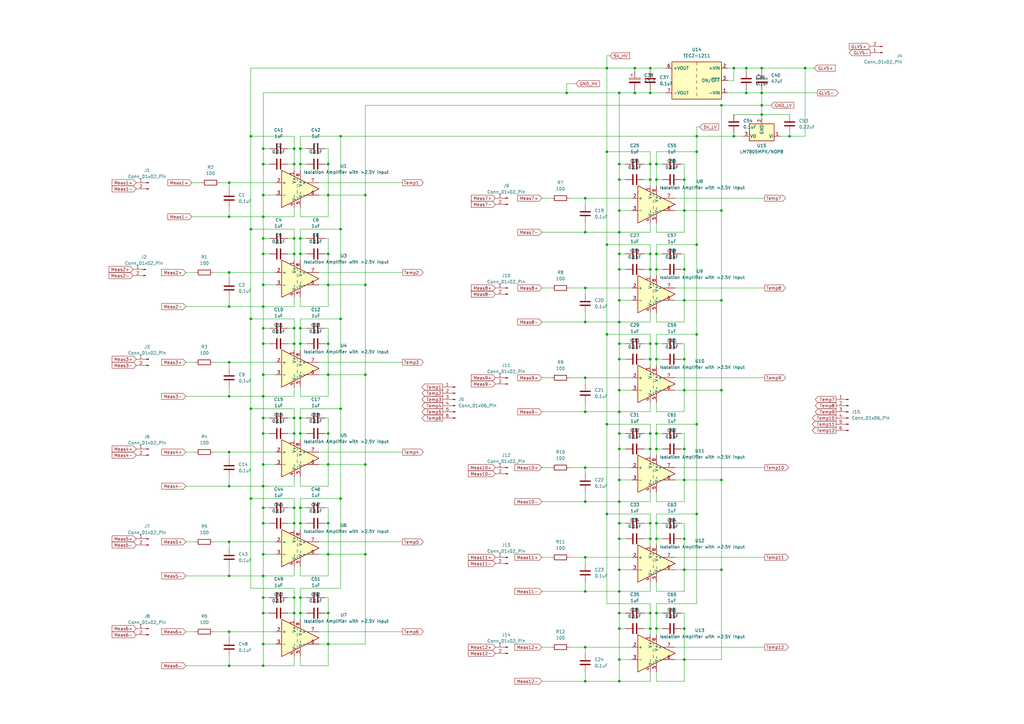
<source format=kicad_sch>
(kicad_sch (version 20231120) (generator "eeschema") (generator_version "8.0")
  (paper "A3")
  (junction (at 254 67.31))
  (junction (at 107.95 88.9))
  (junction (at 280.67 110.49))
  (junction (at 254 147.32))
  (junction (at 300.99 55.88))
  (junction (at 240.03 191.77))
  (junction (at 285.75 137.16))
  (junction (at 139.7 167.64))
  (junction (at 149.86 80.01))
  (junction (at 107.95 116.84))
  (junction (at 254 73.66))
  (junction (at 240.03 118.11))
  (junction (at 102.87 55.88))
  (junction (at 295.91 196.85))
  (junction (at 254 95.25))
  (junction (at 269.24 67.31))
  (junction (at 123.19 245.11))
  (junction (at 254 104.14))
  (junction (at 254 196.85))
  (junction (at 266.7 214.63))
  (junction (at 123.19 214.63))
  (junction (at 134.62 214.63))
  (junction (at 248.92 27.94))
  (junction (at 134.62 251.46))
  (junction (at 134.62 140.97))
  (junction (at 266.7 73.66))
  (junction (at 254 214.63))
  (junction (at 295.91 233.68))
  (junction (at 107.95 60.96))
  (junction (at 120.65 177.8))
  (junction (at 330.2 27.94))
  (junction (at 123.19 171.45))
  (junction (at 107.95 153.67))
  (junction (at 248.92 137.16))
  (junction (at 93.98 199.39))
  (junction (at 102.87 130.81))
  (junction (at 240.03 279.4))
  (junction (at 260.35 38.1))
  (junction (at 312.42 43.18))
  (junction (at 107.95 134.62))
  (junction (at 280.67 86.36))
  (junction (at 149.86 227.33))
  (junction (at 254 242.57))
  (junction (at 269.24 147.32))
  (junction (at 102.87 93.98))
  (junction (at 266.7 177.8))
  (junction (at 107.95 251.46))
  (junction (at 240.03 228.6))
  (junction (at 312.42 27.94))
  (junction (at 120.65 134.62))
  (junction (at 120.65 245.11))
  (junction (at 266.7 104.14))
  (junction (at 120.65 214.63))
  (junction (at 134.62 264.16))
  (junction (at 254 205.74))
  (junction (at 107.95 97.79))
  (junction (at 107.95 245.11))
  (junction (at 107.95 162.56))
  (junction (at 123.19 97.79))
  (junction (at 107.95 104.14))
  (junction (at 149.86 153.67))
  (junction (at 123.19 177.8))
  (junction (at 240.03 154.94))
  (junction (at 120.65 67.31))
  (junction (at 323.85 55.88))
  (junction (at 269.24 104.14))
  (junction (at 280.67 160.02))
  (junction (at 102.87 167.64))
  (junction (at 280.67 257.81))
  (junction (at 269.24 251.46))
  (junction (at 266.7 140.97))
  (junction (at 240.03 168.91))
  (junction (at 254 160.02))
  (junction (at 306.07 38.1))
  (junction (at 93.98 259.08))
  (junction (at 280.67 123.19))
  (junction (at 93.98 88.9))
  (junction (at 107.95 125.73))
  (junction (at 134.62 177.8))
  (junction (at 260.35 27.94))
  (junction (at 139.7 55.88))
  (junction (at 266.7 251.46))
  (junction (at 120.65 208.28))
  (junction (at 120.65 251.46))
  (junction (at 254 132.08))
  (junction (at 149.86 116.84))
  (junction (at 266.7 38.1))
  (junction (at 134.62 80.01))
  (junction (at 93.98 148.59))
  (junction (at 312.42 46.99))
  (junction (at 254 168.91))
  (junction (at 107.95 67.31))
  (junction (at 134.62 67.31))
  (junction (at 248.92 100.33))
  (junction (at 312.42 38.1))
  (junction (at 280.67 220.98))
  (junction (at 269.24 257.81))
  (junction (at 240.03 265.43))
  (junction (at 107.95 273.05))
  (junction (at 295.91 123.19))
  (junction (at 107.95 171.45))
  (junction (at 240.03 205.74))
  (junction (at 248.92 173.99))
  (junction (at 269.24 140.97))
  (junction (at 254 110.49))
  (junction (at 254 123.19))
  (junction (at 139.7 130.81))
  (junction (at 240.03 242.57))
  (junction (at 134.62 104.14))
  (junction (at 107.95 208.28))
  (junction (at 123.19 134.62))
  (junction (at 285.75 55.88))
  (junction (at 269.24 177.8))
  (junction (at 280.67 184.15))
  (junction (at 254 140.97))
  (junction (at 254 233.68))
  (junction (at 123.19 104.14))
  (junction (at 107.95 236.22))
  (junction (at 280.67 270.51))
  (junction (at 269.24 73.66))
  (junction (at 266.7 220.98))
  (junction (at 254 270.51))
  (junction (at 306.07 27.94))
  (junction (at 93.98 162.56))
  (junction (at 240.03 132.08))
  (junction (at 248.92 210.82))
  (junction (at 254 177.8))
  (junction (at 280.67 196.85))
  (junction (at 93.98 74.93))
  (junction (at 134.62 153.67))
  (junction (at 120.65 97.79))
  (junction (at 232.41 38.1))
  (junction (at 285.75 173.99))
  (junction (at 254 86.36))
  (junction (at 107.95 190.5))
  (junction (at 295.91 160.02))
  (junction (at 254 220.98))
  (junction (at 120.65 104.14))
  (junction (at 93.98 273.05))
  (junction (at 149.86 190.5))
  (junction (at 93.98 236.22))
  (junction (at 93.98 185.42))
  (junction (at 123.19 251.46))
  (junction (at 248.92 62.23))
  (junction (at 269.24 220.98))
  (junction (at 134.62 190.5))
  (junction (at 102.87 204.47))
  (junction (at 93.98 125.73))
  (junction (at 134.62 116.84))
  (junction (at 107.95 227.33))
  (junction (at 254 279.4))
  (junction (at 280.67 147.32))
  (junction (at 254 251.46))
  (junction (at 240.03 81.28))
  (junction (at 266.7 147.32))
  (junction (at 107.95 140.97))
  (junction (at 107.95 214.63))
  (junction (at 269.24 184.15))
  (junction (at 269.24 214.63))
  (junction (at 93.98 222.25))
  (junction (at 285.75 210.82))
  (junction (at 123.19 140.97))
  (junction (at 266.7 257.81))
  (junction (at 123.19 60.96))
  (junction (at 107.95 264.16))
  (junction (at 295.91 43.18))
  (junction (at 300.99 27.94))
  (junction (at 266.7 27.94))
  (junction (at 285.75 100.33))
  (junction (at 139.7 93.98))
  (junction (at 120.65 60.96))
  (junction (at 240.03 95.25))
  (junction (at 280.67 73.66))
  (junction (at 134.62 227.33))
  (junction (at 139.7 204.47))
  (junction (at 295.91 86.36))
  (junction (at 254 257.81))
  (junction (at 107.95 199.39))
  (junction (at 266.7 184.15))
  (junction (at 280.67 233.68))
  (junction (at 266.7 67.31))
  (junction (at 120.65 171.45))
  (junction (at 107.95 177.8))
  (junction (at 269.24 110.49))
  (junction (at 123.19 208.28))
  (junction (at 266.7 110.49))
  (junction (at 123.19 67.31))
  (junction (at 107.95 80.01))
  (junction (at 120.65 140.97))
  (junction (at 254 38.1))
  (junction (at 254 184.15))
  (junction (at 93.98 111.76))
  (junction (at 285.75 62.23))
  (wire (pts (xy 269.24 147.32) (xy 271.78 147.32)))
  (wire (pts (xy 87.63 148.59) (xy 93.98 148.59)))
  (wire (pts (xy 285.75 55.88) (xy 300.99 55.88)))
  (wire (pts (xy 279.4 140.97) (xy 280.67 140.97)))
  (wire (pts (xy 264.16 251.46) (xy 266.7 251.46)))
  (wire (pts (xy 107.95 227.33) (xy 107.95 236.22)))
  (wire (pts (xy 102.87 93.98) (xy 120.65 93.98)))
  (wire (pts (xy 120.65 97.79) (xy 120.65 104.14)))
  (wire (pts (xy 149.86 227.33) (xy 149.86 264.16)))
  (wire (pts (xy 93.98 85.09) (xy 93.98 88.9)))
  (wire (pts (xy 123.19 69.85) (xy 123.19 67.31)))
  (wire (pts (xy 276.86 270.51) (xy 280.67 270.51)))
  (wire (pts (xy 120.65 204.47) (xy 102.87 204.47)))
  (wire (pts (xy 120.65 245.11) (xy 120.65 251.46)))
  (wire (pts (xy 107.95 80.01) (xy 113.03 80.01)))
  (wire (pts (xy 123.19 273.05) (xy 134.62 273.05)))
  (wire (pts (xy 280.67 214.63) (xy 280.67 220.98)))
  (wire (pts (xy 133.35 67.31) (xy 134.62 67.31)))
  (wire (pts (xy 120.65 55.88) (xy 120.65 60.96)))
  (wire (pts (xy 107.95 134.62) (xy 107.95 140.97)))
  (wire (pts (xy 120.65 204.47) (xy 120.65 208.28)))
  (wire (pts (xy 254 270.51) (xy 259.08 270.51)))
  (wire (pts (xy 107.95 208.28) (xy 107.95 214.63)))
  (wire (pts (xy 276.86 160.02) (xy 280.67 160.02)))
  (wire (pts (xy 107.95 190.5) (xy 113.03 190.5)))
  (wire (pts (xy 254 279.4) (xy 266.7 279.4)))
  (wire (pts (xy 123.19 55.88) (xy 139.7 55.88)))
  (wire (pts (xy 248.92 27.94) (xy 260.35 27.94)))
  (wire (pts (xy 93.98 111.76) (xy 113.03 111.76)))
  (wire (pts (xy 222.25 205.74) (xy 240.03 205.74)))
  (wire (pts (xy 107.95 162.56) (xy 120.65 162.56)))
  (wire (pts (xy 123.19 254) (xy 123.19 251.46)))
  (wire (pts (xy 266.7 184.15) (xy 266.7 186.69)))
  (wire (pts (xy 93.98 121.92) (xy 93.98 125.73)))
  (wire (pts (xy 295.91 160.02) (xy 295.91 196.85)))
  (wire (pts (xy 118.11 208.28) (xy 120.65 208.28)))
  (wire (pts (xy 306.07 36.83) (xy 306.07 38.1)))
  (wire (pts (xy 269.24 110.49) (xy 271.78 110.49)))
  (wire (pts (xy 280.67 257.81) (xy 280.67 270.51)))
  (wire (pts (xy 123.19 130.81) (xy 123.19 134.62)))
  (wire (pts (xy 93.98 88.9) (xy 107.95 88.9)))
  (wire (pts (xy 120.65 134.62) (xy 120.65 140.97)))
  (wire (pts (xy 254 233.68) (xy 254 242.57)))
  (wire (pts (xy 120.65 93.98) (xy 120.65 97.79)))
  (wire (pts (xy 118.11 134.62) (xy 120.65 134.62)))
  (wire (pts (xy 240.03 118.11) (xy 240.03 120.65)))
  (wire (pts (xy 149.86 43.18) (xy 149.86 80.01)))
  (wire (pts (xy 266.7 247.65) (xy 248.92 247.65)))
  (wire (pts (xy 280.67 184.15) (xy 280.67 196.85)))
  (wire (pts (xy 165.1 185.42) (xy 130.81 185.42)))
  (wire (pts (xy 280.67 242.57) (xy 280.67 233.68)))
  (wire (pts (xy 254 242.57) (xy 254 251.46)))
  (wire (pts (xy 313.69 228.6) (xy 276.86 228.6)))
  (wire (pts (xy 233.68 81.28) (xy 240.03 81.28)))
  (wire (pts (xy 279.4 220.98) (xy 280.67 220.98)))
  (wire (pts (xy 269.24 100.33) (xy 285.75 100.33)))
  (wire (pts (xy 118.11 97.79) (xy 120.65 97.79)))
  (wire (pts (xy 248.92 22.86) (xy 248.92 27.94)))
  (wire (pts (xy 93.98 125.73) (xy 107.95 125.73)))
  (wire (pts (xy 134.62 264.16) (xy 149.86 264.16)))
  (wire (pts (xy 266.7 173.99) (xy 248.92 173.99)))
  (wire (pts (xy 269.24 177.8) (xy 269.24 184.15)))
  (wire (pts (xy 280.67 95.25) (xy 280.67 86.36)))
  (wire (pts (xy 102.87 167.64) (xy 102.87 204.47)))
  (wire (pts (xy 320.04 55.88) (xy 323.85 55.88)))
  (wire (pts (xy 254 160.02) (xy 259.08 160.02)))
  (wire (pts (xy 130.81 116.84) (xy 134.62 116.84)))
  (wire (pts (xy 123.19 106.68) (xy 123.19 104.14)))
  (wire (pts (xy 107.95 171.45) (xy 107.95 177.8)))
  (wire (pts (xy 295.91 233.68) (xy 295.91 270.51)))
  (wire (pts (xy 254 168.91) (xy 254 177.8)))
  (wire (pts (xy 276.86 196.85) (xy 280.67 196.85)))
  (wire (pts (xy 254 205.74) (xy 266.7 205.74)))
  (wire (pts (xy 120.65 167.64) (xy 102.87 167.64)))
  (wire (pts (xy 285.75 100.33) (xy 285.75 137.16)))
  (wire (pts (xy 306.07 38.1) (xy 312.42 38.1)))
  (wire (pts (xy 266.7 104.14) (xy 266.7 110.49)))
  (wire (pts (xy 222.25 154.94) (xy 226.06 154.94)))
  (wire (pts (xy 269.24 260.35) (xy 269.24 257.81)))
  (wire (pts (xy 312.42 43.18) (xy 312.42 46.99)))
  (wire (pts (xy 276.86 81.28) (xy 313.69 81.28)))
  (wire (pts (xy 233.68 265.43) (xy 240.03 265.43)))
  (wire (pts (xy 78.74 88.9) (xy 93.98 88.9)))
  (wire (pts (xy 134.62 236.22) (xy 134.62 227.33)))
  (wire (pts (xy 120.65 67.31) (xy 120.65 69.85)))
  (wire (pts (xy 279.4 147.32) (xy 280.67 147.32)))
  (wire (pts (xy 123.19 140.97) (xy 125.73 140.97)))
  (wire (pts (xy 134.62 273.05) (xy 134.62 264.16)))
  (wire (pts (xy 312.42 27.94) (xy 312.42 29.21)))
  (wire (pts (xy 269.24 186.69) (xy 269.24 184.15)))
  (wire (pts (xy 118.11 60.96) (xy 120.65 60.96)))
  (wire (pts (xy 139.7 167.64) (xy 139.7 204.47)))
  (wire (pts (xy 107.95 67.31) (xy 110.49 67.31)))
  (wire (pts (xy 279.4 184.15) (xy 280.67 184.15)))
  (wire (pts (xy 240.03 81.28) (xy 240.03 83.82)))
  (wire (pts (xy 285.75 173.99) (xy 285.75 210.82)))
  (wire (pts (xy 123.19 251.46) (xy 125.73 251.46)))
  (wire (pts (xy 276.86 118.11) (xy 313.69 118.11)))
  (wire (pts (xy 123.19 236.22) (xy 134.62 236.22)))
  (wire (pts (xy 123.19 104.14) (xy 125.73 104.14)))
  (wire (pts (xy 134.62 88.9) (xy 134.62 80.01)))
  (wire (pts (xy 134.62 80.01) (xy 149.86 80.01)))
  (wire (pts (xy 149.86 80.01) (xy 149.86 116.84)))
  (wire (pts (xy 295.91 43.18) (xy 149.86 43.18)))
  (wire (pts (xy 254 257.81) (xy 254 270.51)))
  (wire (pts (xy 87.63 259.08) (xy 93.98 259.08)))
  (wire (pts (xy 312.42 46.99) (xy 312.42 48.26)))
  (wire (pts (xy 222.25 228.6) (xy 226.06 228.6)))
  (wire (pts (xy 123.19 208.28) (xy 125.73 208.28)))
  (wire (pts (xy 269.24 91.44) (xy 269.24 95.25)))
  (wire (pts (xy 130.81 74.93) (xy 165.1 74.93)))
  (wire (pts (xy 76.2 162.56) (xy 93.98 162.56)))
  (wire (pts (xy 254 147.32) (xy 254 160.02)))
  (wire (pts (xy 254 160.02) (xy 254 168.91)))
  (wire (pts (xy 240.03 228.6) (xy 240.03 231.14)))
  (wire (pts (xy 276.86 154.94) (xy 313.69 154.94)))
  (wire (pts (xy 93.98 111.76) (xy 93.98 114.3)))
  (wire (pts (xy 266.7 173.99) (xy 266.7 177.8)))
  (wire (pts (xy 254 95.25) (xy 266.7 95.25)))
  (wire (pts (xy 266.7 201.93) (xy 266.7 205.74)))
  (wire (pts (xy 300.99 46.99) (xy 312.42 46.99)))
  (wire (pts (xy 232.41 34.29) (xy 232.41 38.1)))
  (wire (pts (xy 118.11 177.8) (xy 120.65 177.8)))
  (wire (pts (xy 266.7 100.33) (xy 266.7 104.14)))
  (wire (pts (xy 139.7 93.98) (xy 139.7 130.81)))
  (wire (pts (xy 276.86 265.43) (xy 313.69 265.43)))
  (wire (pts (xy 120.65 104.14) (xy 120.65 106.68)))
  (wire (pts (xy 134.62 140.97) (xy 134.62 153.67)))
  (wire (pts (xy 266.7 210.82) (xy 248.92 210.82)))
  (wire (pts (xy 118.11 140.97) (xy 120.65 140.97)))
  (wire (pts (xy 134.62 97.79) (xy 134.62 104.14)))
  (wire (pts (xy 260.35 27.94) (xy 260.35 29.21)))
  (wire (pts (xy 236.22 34.29) (xy 232.41 34.29)))
  (wire (pts (xy 134.62 116.84) (xy 149.86 116.84)))
  (wire (pts (xy 280.67 67.31) (xy 280.67 73.66)))
  (wire (pts (xy 295.91 43.18) (xy 295.91 86.36)))
  (wire (pts (xy 254 184.15) (xy 256.54 184.15)))
  (wire (pts (xy 107.95 116.84) (xy 107.95 125.73)))
  (wire (pts (xy 107.95 199.39) (xy 120.65 199.39)))
  (wire (pts (xy 222.25 168.91) (xy 240.03 168.91)))
  (wire (pts (xy 240.03 275.59) (xy 240.03 279.4)))
  (wire (pts (xy 264.16 220.98) (xy 266.7 220.98)))
  (wire (pts (xy 118.11 104.14) (xy 120.65 104.14)))
  (wire (pts (xy 240.03 265.43) (xy 259.08 265.43)))
  (wire (pts (xy 107.95 125.73) (xy 120.65 125.73)))
  (wire (pts (xy 133.35 104.14) (xy 134.62 104.14)))
  (wire (pts (xy 107.95 60.96) (xy 110.49 60.96)))
  (wire (pts (xy 280.67 104.14) (xy 280.67 110.49)))
  (wire (pts (xy 123.19 171.45) (xy 125.73 171.45)))
  (wire (pts (xy 269.24 257.81) (xy 271.78 257.81)))
  (wire (pts (xy 266.7 214.63) (xy 266.7 220.98)))
  (wire (pts (xy 107.95 97.79) (xy 107.95 104.14)))
  (wire (pts (xy 285.75 210.82) (xy 285.75 247.65)))
  (wire (pts (xy 123.19 158.75) (xy 123.19 162.56)))
  (wire (pts (xy 254 168.91) (xy 266.7 168.91)))
  (wire (pts (xy 107.95 236.22) (xy 120.65 236.22)))
  (wire (pts (xy 254 104.14) (xy 254 110.49)))
  (wire (pts (xy 280.67 177.8) (xy 280.67 184.15)))
  (wire (pts (xy 123.19 97.79) (xy 125.73 97.79)))
  (wire (pts (xy 266.7 140.97) (xy 266.7 147.32)))
  (wire (pts (xy 280.67 160.02) (xy 295.91 160.02)))
  (wire (pts (xy 266.7 36.83) (xy 266.7 38.1)))
  (wire (pts (xy 107.95 273.05) (xy 120.65 273.05)))
  (wire (pts (xy 266.7 275.59) (xy 266.7 279.4)))
  (wire (pts (xy 107.95 104.14) (xy 110.49 104.14)))
  (wire (pts (xy 93.98 185.42) (xy 93.98 187.96)))
  (wire (pts (xy 107.95 153.67) (xy 113.03 153.67)))
  (wire (pts (xy 107.95 38.1) (xy 107.95 60.96)))
  (wire (pts (xy 76.2 199.39) (xy 93.98 199.39)))
  (wire (pts (xy 120.65 130.81) (xy 102.87 130.81)))
  (wire (pts (xy 240.03 205.74) (xy 254 205.74)))
  (wire (pts (xy 264.16 257.81) (xy 266.7 257.81)))
  (wire (pts (xy 123.19 60.96) (xy 123.19 67.31)))
  (wire (pts (xy 134.62 214.63) (xy 134.62 227.33)))
  (wire (pts (xy 240.03 91.44) (xy 240.03 95.25)))
  (wire (pts (xy 280.67 251.46) (xy 280.67 257.81)))
  (wire (pts (xy 93.98 195.58) (xy 93.98 199.39)))
  (wire (pts (xy 107.95 140.97) (xy 110.49 140.97)))
  (wire (pts (xy 107.95 236.22) (xy 107.95 245.11)))
  (wire (pts (xy 102.87 204.47) (xy 102.87 241.3)))
  (wire (pts (xy 240.03 201.93) (xy 240.03 205.74)))
  (wire (pts (xy 123.19 199.39) (xy 134.62 199.39)))
  (wire (pts (xy 269.24 168.91) (xy 280.67 168.91)))
  (wire (pts (xy 254 147.32) (xy 256.54 147.32)))
  (wire (pts (xy 93.98 148.59) (xy 93.98 151.13)))
  (wire (pts (xy 107.95 264.16) (xy 107.95 273.05)))
  (wire (pts (xy 312.42 38.1) (xy 312.42 43.18)))
  (wire (pts (xy 134.62 60.96) (xy 134.62 67.31)))
  (wire (pts (xy 269.24 62.23) (xy 269.24 67.31)))
  (wire (pts (xy 298.45 27.94) (xy 300.99 27.94)))
  (wire (pts (xy 269.24 247.65) (xy 285.75 247.65)))
  (wire (pts (xy 123.19 214.63) (xy 125.73 214.63)))
  (wire (pts (xy 134.62 251.46) (xy 134.62 264.16)))
  (wire (pts (xy 279.4 67.31) (xy 280.67 67.31)))
  (wire (pts (xy 269.24 62.23) (xy 285.75 62.23)))
  (wire (pts (xy 93.98 269.24) (xy 93.98 273.05)))
  (wire (pts (xy 76.2 236.22) (xy 93.98 236.22)))
  (wire (pts (xy 254 196.85) (xy 259.08 196.85)))
  (wire (pts (xy 123.19 269.24) (xy 123.19 273.05)))
  (wire (pts (xy 254 214.63) (xy 256.54 214.63)))
  (wire (pts (xy 323.85 54.61) (xy 323.85 55.88)))
  (wire (pts (xy 312.42 43.18) (xy 295.91 43.18)))
  (wire (pts (xy 269.24 223.52) (xy 269.24 220.98)))
  (wire (pts (xy 139.7 55.88) (xy 285.75 55.88)))
  (wire (pts (xy 107.95 38.1) (xy 232.41 38.1)))
  (wire (pts (xy 133.35 214.63) (xy 134.62 214.63)))
  (wire (pts (xy 260.35 27.94) (xy 266.7 27.94)))
  (wire (pts (xy 260.35 36.83) (xy 260.35 38.1)))
  (wire (pts (xy 120.65 158.75) (xy 120.65 162.56)))
  (wire (pts (xy 134.62 67.31) (xy 134.62 80.01)))
  (wire (pts (xy 139.7 167.64) (xy 139.7 130.81)))
  (wire (pts (xy 254 220.98) (xy 254 233.68)))
  (wire (pts (xy 123.19 134.62) (xy 123.19 140.97)))
  (wire (pts (xy 133.35 140.97) (xy 134.62 140.97)))
  (wire (pts (xy 269.24 201.93) (xy 269.24 205.74)))
  (wire (pts (xy 120.65 121.92) (xy 120.65 125.73)))
  (wire (pts (xy 285.75 52.07) (xy 285.75 55.88)))
  (wire (pts (xy 269.24 140.97) (xy 271.78 140.97)))
  (wire (pts (xy 107.95 227.33) (xy 113.03 227.33)))
  (wire (pts (xy 254 123.19) (xy 259.08 123.19)))
  (wire (pts (xy 90.17 74.93) (xy 93.98 74.93)))
  (wire (pts (xy 316.23 43.18) (xy 312.42 43.18)))
  (wire (pts (xy 149.86 116.84) (xy 149.86 153.67)))
  (wire (pts (xy 76.2 259.08) (xy 80.01 259.08)))
  (wire (pts (xy 295.91 123.19) (xy 295.91 160.02)))
  (wire (pts (xy 269.24 242.57) (xy 280.67 242.57)))
  (wire (pts (xy 240.03 132.08) (xy 254 132.08)))
  (wire (pts (xy 266.7 210.82) (xy 266.7 214.63)))
  (wire (pts (xy 130.81 227.33) (xy 134.62 227.33)))
  (wire (pts (xy 222.25 118.11) (xy 226.06 118.11)))
  (wire (pts (xy 118.11 245.11) (xy 120.65 245.11)))
  (wire (pts (xy 254 220.98) (xy 256.54 220.98)))
  (wire (pts (xy 312.42 27.94) (xy 330.2 27.94)))
  (wire (pts (xy 133.35 97.79) (xy 134.62 97.79)))
  (wire (pts (xy 123.19 134.62) (xy 125.73 134.62)))
  (wire (pts (xy 139.7 55.88) (xy 139.7 93.98)))
  (wire (pts (xy 280.67 73.66) (xy 280.67 86.36)))
  (wire (pts (xy 266.7 165.1) (xy 266.7 168.91)))
  (wire (pts (xy 120.65 195.58) (xy 120.65 199.39)))
  (wire (pts (xy 254 110.49) (xy 254 123.19)))
  (wire (pts (xy 279.4 214.63) (xy 280.67 214.63)))
  (wire (pts (xy 107.95 153.67) (xy 107.95 162.56)))
  (wire (pts (xy 107.95 60.96) (xy 107.95 67.31)))
  (wire (pts (xy 266.7 137.16) (xy 266.7 140.97)))
  (wire (pts (xy 118.11 251.46) (xy 120.65 251.46)))
  (wire (pts (xy 254 86.36) (xy 259.08 86.36)))
  (wire (pts (xy 269.24 140.97) (xy 269.24 147.32)))
  (wire (pts (xy 254 67.31) (xy 254 38.1)))
  (wire (pts (xy 240.03 168.91) (xy 254 168.91)))
  (wire (pts (xy 107.95 134.62) (xy 110.49 134.62)))
  (wire (pts (xy 264.16 110.49) (xy 266.7 110.49)))
  (wire (pts (xy 107.95 264.16) (xy 113.03 264.16)))
  (wire (pts (xy 240.03 95.25) (xy 254 95.25)))
  (wire (pts (xy 298.45 38.1) (xy 306.07 38.1)))
  (wire (pts (xy 254 177.8) (xy 256.54 177.8)))
  (wire (pts (xy 240.03 154.94) (xy 240.03 157.48)))
  (wire (pts (xy 306.07 27.94) (xy 306.07 29.21)))
  (wire (pts (xy 250.19 22.86) (xy 248.92 22.86)))
  (wire (pts (xy 254 270.51) (xy 254 279.4)))
  (wire (pts (xy 107.95 162.56) (xy 107.95 171.45)))
  (wire (pts (xy 139.7 204.47) (xy 139.7 241.3)))
  (wire (pts (xy 264.16 104.14) (xy 266.7 104.14)))
  (wire (pts (xy 120.65 214.63) (xy 120.65 217.17)))
  (wire (pts (xy 102.87 130.81) (xy 102.87 93.98)))
  (wire (pts (xy 93.98 259.08) (xy 113.03 259.08)))
  (wire (pts (xy 269.24 73.66) (xy 271.78 73.66)))
  (wire (pts (xy 233.68 118.11) (xy 240.03 118.11)))
  (wire (pts (xy 269.24 184.15) (xy 271.78 184.15)))
  (wire (pts (xy 280.67 205.74) (xy 280.67 196.85)))
  (wire (pts (xy 102.87 27.94) (xy 248.92 27.94)))
  (wire (pts (xy 123.19 162.56) (xy 134.62 162.56)))
  (wire (pts (xy 295.91 196.85) (xy 295.91 233.68)))
  (wire (pts (xy 107.95 214.63) (xy 110.49 214.63)))
  (wire (pts (xy 123.19 93.98) (xy 139.7 93.98)))
  (wire (pts (xy 130.81 264.16) (xy 134.62 264.16)))
  (wire (pts (xy 134.62 162.56) (xy 134.62 153.67)))
  (wire (pts (xy 269.24 205.74) (xy 280.67 205.74)))
  (wire (pts (xy 233.68 191.77) (xy 240.03 191.77)))
  (wire (pts (xy 254 214.63) (xy 254 220.98)))
  (wire (pts (xy 93.98 185.42) (xy 113.03 185.42)))
  (wire (pts (xy 107.95 67.31) (xy 107.95 80.01)))
  (wire (pts (xy 266.7 62.23) (xy 248.92 62.23)))
  (wire (pts (xy 254 73.66) (xy 256.54 73.66)))
  (wire (pts (xy 133.35 171.45) (xy 134.62 171.45)))
  (wire (pts (xy 222.25 265.43) (xy 226.06 265.43)))
  (wire (pts (xy 134.62 245.11) (xy 134.62 251.46)))
  (wire (pts (xy 120.65 208.28) (xy 120.65 214.63)))
  (wire (pts (xy 120.65 241.3) (xy 120.65 245.11)))
  (wire (pts (xy 269.24 113.03) (xy 269.24 110.49)))
  (wire (pts (xy 107.95 171.45) (xy 110.49 171.45)))
  (wire (pts (xy 264.16 184.15) (xy 266.7 184.15)))
  (wire (pts (xy 264.16 177.8) (xy 266.7 177.8)))
  (wire (pts (xy 134.62 104.14) (xy 134.62 116.84)))
  (wire (pts (xy 240.03 228.6) (xy 259.08 228.6)))
  (wire (pts (xy 134.62 208.28) (xy 134.62 214.63)))
  (wire (pts (xy 123.19 245.11) (xy 123.19 251.46)))
  (wire (pts (xy 87.63 185.42) (xy 93.98 185.42)))
  (wire (pts (xy 280.67 220.98) (xy 280.67 233.68)))
  (wire (pts (xy 254 257.81) (xy 256.54 257.81)))
  (wire (pts (xy 312.42 36.83) (xy 312.42 38.1)))
  (wire (pts (xy 123.19 88.9) (xy 134.62 88.9)))
  (wire (pts (xy 120.65 251.46) (xy 120.65 254)))
  (wire (pts (xy 93.98 222.25) (xy 93.98 224.79)))
  (wire (pts (xy 285.75 55.88) (xy 285.75 62.23)))
  (wire (pts (xy 134.62 171.45) (xy 134.62 177.8)))
  (wire (pts (xy 107.95 104.14) (xy 107.95 116.84)))
  (wire (pts (xy 276.86 123.19) (xy 280.67 123.19)))
  (wire (pts (xy 232.41 38.1) (xy 254 38.1)))
  (wire (pts (xy 264.16 147.32) (xy 266.7 147.32)))
  (wire (pts (xy 266.7 110.49) (xy 266.7 113.03)))
  (wire (pts (xy 123.19 167.64) (xy 139.7 167.64)))
  (wire (pts (xy 269.24 173.99) (xy 285.75 173.99)))
  (wire (pts (xy 254 184.15) (xy 254 196.85)))
  (wire (pts (xy 93.98 259.08) (xy 93.98 261.62)))
  (wire (pts (xy 266.7 177.8) (xy 266.7 184.15)))
  (wire (pts (xy 130.81 80.01) (xy 134.62 80.01)))
  (wire (pts (xy 254 205.74) (xy 254 214.63)))
  (wire (pts (xy 254 233.68) (xy 259.08 233.68)))
  (wire (pts (xy 240.03 242.57) (xy 254 242.57)))
  (wire (pts (xy 248.92 100.33) (xy 266.7 100.33)))
  (wire (pts (xy 93.98 158.75) (xy 93.98 162.56)))
  (wire (pts (xy 133.35 245.11) (xy 134.62 245.11)))
  (wire (pts (xy 254 140.97) (xy 256.54 140.97)))
  (wire (pts (xy 134.62 227.33) (xy 149.86 227.33)))
  (wire (pts (xy 134.62 199.39) (xy 134.62 190.5)))
  (wire (pts (xy 93.98 148.59) (xy 113.03 148.59)))
  (wire (pts (xy 276.86 233.68) (xy 280.67 233.68)))
  (wire (pts (xy 93.98 162.56) (xy 107.95 162.56)))
  (wire (pts (xy 123.19 241.3) (xy 123.19 245.11)))
  (wire (pts (xy 269.24 149.86) (xy 269.24 147.32)))
  (wire (pts (xy 107.95 245.11) (xy 107.95 251.46)))
  (wire (pts (xy 78.74 74.93) (xy 82.55 74.93)))
  (wire (pts (xy 87.63 111.76) (xy 93.98 111.76)))
  (wire (pts (xy 240.03 191.77) (xy 259.08 191.77)))
  (wire (pts (xy 280.67 140.97) (xy 280.67 147.32)))
  (wire (pts (xy 266.7 220.98) (xy 266.7 223.52)))
  (wire (pts (xy 123.19 241.3) (xy 139.7 241.3)))
  (wire (pts (xy 120.65 85.09) (xy 120.65 88.9)))
  (wire (pts (xy 266.7 27.94) (xy 266.7 29.21)))
  (wire (pts (xy 130.81 190.5) (xy 134.62 190.5)))
  (wire (pts (xy 312.42 38.1) (xy 335.28 38.1)))
  (wire (pts (xy 254 86.36) (xy 254 95.25)))
  (wire (pts (xy 285.75 173.99) (xy 285.75 137.16)))
  (wire (pts (xy 269.24 132.08) (xy 280.67 132.08)))
  (wire (pts (xy 269.24 275.59) (xy 269.24 279.4)))
  (wire (pts (xy 300.99 54.61) (xy 300.99 55.88)))
  (wire (pts (xy 254 67.31) (xy 254 73.66)))
  (wire (pts (xy 300.99 27.94) (xy 306.07 27.94)))
  (wire (pts (xy 120.65 60.96) (xy 120.65 67.31)))
  (wire (pts (xy 76.2 148.59) (xy 80.01 148.59)))
  (wire (pts (xy 279.4 73.66) (xy 280.67 73.66)))
  (wire (pts (xy 120.65 130.81) (xy 120.65 134.62)))
  (wire (pts (xy 123.19 232.41) (xy 123.19 236.22)))
  (wire (pts (xy 248.92 137.16) (xy 248.92 173.99)))
  (wire (pts (xy 130.81 153.67) (xy 134.62 153.67)))
  (wire (pts (xy 276.86 86.36) (xy 280.67 86.36)))
  (wire (pts (xy 133.35 134.62) (xy 134.62 134.62)))
  (wire (pts (xy 93.98 74.93) (xy 93.98 77.47)))
  (wire (pts (xy 269.24 137.16) (xy 269.24 140.97)))
  (wire (pts (xy 266.7 238.76) (xy 266.7 242.57)))
  (wire (pts (xy 254 251.46) (xy 256.54 251.46)))
  (wire (pts (xy 123.19 55.88) (xy 123.19 60.96)))
  (wire (pts (xy 269.24 67.31) (xy 271.78 67.31)))
  (wire (pts (xy 248.92 173.99) (xy 248.92 210.82)))
  (wire (pts (xy 323.85 55.88) (xy 330.2 55.88)))
  (wire (pts (xy 279.4 104.14) (xy 280.67 104.14)))
  (wire (pts (xy 123.19 130.81) (xy 139.7 130.81)))
  (wire (pts (xy 149.86 153.67) (xy 149.86 190.5)))
  (wire (pts (xy 269.24 173.99) (xy 269.24 177.8)))
  (wire (pts (xy 134.62 134.62) (xy 134.62 140.97)))
  (wire (pts (xy 130.81 111.76) (xy 165.1 111.76)))
  (wire (pts (xy 233.68 228.6) (xy 240.03 228.6)))
  (wire (pts (xy 123.19 60.96) (xy 125.73 60.96)))
  (wire (pts (xy 269.24 210.82) (xy 269.24 214.63)))
  (wire (pts (xy 120.65 269.24) (xy 120.65 273.05)))
  (wire (pts (xy 266.7 91.44) (xy 266.7 95.25)))
  (wire (pts (xy 123.19 143.51) (xy 123.19 140.97)))
  (wire (pts (xy 93.98 222.25) (xy 113.03 222.25)))
  (wire (pts (xy 269.24 214.63) (xy 271.78 214.63)))
  (wire (pts (xy 120.65 177.8) (xy 120.65 180.34)))
  (wire (pts (xy 269.24 165.1) (xy 269.24 168.91)))
  (wire (pts (xy 123.19 67.31) (xy 125.73 67.31)))
  (wire (pts (xy 280.67 233.68) (xy 295.91 233.68)))
  (wire (pts (xy 130.81 259.08) (xy 165.1 259.08)))
  (wire (pts (xy 280.67 147.32) (xy 280.67 160.02)))
  (wire (pts (xy 254 73.66) (xy 254 86.36)))
  (wire (pts (xy 93.98 236.22) (xy 107.95 236.22)))
  (wire (pts (xy 240.03 191.77) (xy 240.03 194.31)))
  (wire (pts (xy 254 110.49) (xy 256.54 110.49)))
  (wire (pts (xy 240.03 165.1) (xy 240.03 168.91)))
  (wire (pts (xy 133.35 60.96) (xy 134.62 60.96)))
  (wire (pts (xy 222.25 279.4) (xy 240.03 279.4)))
  (wire (pts (xy 269.24 279.4) (xy 280.67 279.4)))
  (wire (pts (xy 123.19 204.47) (xy 139.7 204.47)))
  (wire (pts (xy 133.35 208.28) (xy 134.62 208.28)))
  (wire (pts (xy 295.91 86.36) (xy 295.91 123.19)))
  (wire (pts (xy 254 196.85) (xy 254 205.74)))
  (wire (pts (xy 123.19 208.28) (xy 123.19 214.63)))
  (wire (pts (xy 280.67 279.4) (xy 280.67 270.51)))
  (wire (pts (xy 280.67 123.19) (xy 295.91 123.19)))
  (wire (pts (xy 269.24 238.76) (xy 269.24 242.57)))
  (wire (pts (xy 222.25 95.25) (xy 240.03 95.25)))
  (wire (pts (xy 123.19 93.98) (xy 123.19 97.79)))
  (wire (pts (xy 266.7 147.32) (xy 266.7 149.86)))
  (wire (pts (xy 280.67 196.85) (xy 295.91 196.85)))
  (wire (pts (xy 279.4 177.8) (xy 280.67 177.8)))
  (wire (pts (xy 264.16 73.66) (xy 266.7 73.66)))
  (wire (pts (xy 107.95 97.79) (xy 110.49 97.79)))
  (wire (pts (xy 107.95 140.97) (xy 107.95 153.67)))
  (wire (pts (xy 334.01 27.94) (xy 330.2 27.94)))
  (wire (pts (xy 240.03 265.43) (xy 240.03 267.97)))
  (wire (pts (xy 107.95 190.5) (xy 107.95 199.39)))
  (wire (pts (xy 280.67 132.08) (xy 280.67 123.19)))
  (wire (pts (xy 280.67 86.36) (xy 295.91 86.36)))
  (wire (pts (xy 280.67 270.51) (xy 295.91 270.51)))
  (wire (pts (xy 222.25 242.57) (xy 240.03 242.57)))
  (wire (pts (xy 102.87 55.88) (xy 102.87 93.98)))
  (wire (pts (xy 118.11 171.45) (xy 120.65 171.45)))
  (wire (pts (xy 93.98 232.41) (xy 93.98 236.22)))
  (wire (pts (xy 222.25 132.08) (xy 240.03 132.08)))
  (wire (pts (xy 269.24 177.8) (xy 271.78 177.8)))
  (wire (pts (xy 269.24 95.25) (xy 280.67 95.25)))
  (wire (pts (xy 123.19 245.11) (xy 125.73 245.11)))
  (wire (pts (xy 240.03 81.28) (xy 259.08 81.28)))
  (wire (pts (xy 93.98 74.93) (xy 113.03 74.93)))
  (wire (pts (xy 266.7 247.65) (xy 266.7 251.46)))
  (wire (pts (xy 87.63 222.25) (xy 93.98 222.25)))
  (wire (pts (xy 269.24 210.82) (xy 285.75 210.82)))
  (wire (pts (xy 107.95 245.11) (xy 110.49 245.11)))
  (wire (pts (xy 269.24 251.46) (xy 271.78 251.46)))
  (wire (pts (xy 130.81 148.59) (xy 165.1 148.59)))
  (wire (pts (xy 254 140.97) (xy 254 147.32)))
  (wire (pts (xy 266.7 38.1) (xy 273.05 38.1)))
  (wire (pts (xy 264.16 214.63) (xy 266.7 214.63)))
  (wire (pts (xy 269.24 67.31) (xy 269.24 73.66)))
  (wire (pts (xy 266.7 137.16) (xy 248.92 137.16)))
  (wire (pts (xy 107.95 177.8) (xy 110.49 177.8)))
  (wire (pts (xy 123.19 195.58) (xy 123.19 199.39)))
  (wire (pts (xy 123.19 121.92) (xy 123.19 125.73)))
  (wire (pts (xy 93.98 199.39) (xy 107.95 199.39)))
  (wire (pts (xy 123.19 177.8) (xy 125.73 177.8)))
  (wire (pts (xy 123.19 171.45) (xy 123.19 177.8)))
  (wire (pts (xy 240.03 279.4) (xy 254 279.4)))
  (wire (pts (xy 248.92 210.82) (xy 248.92 247.65)))
  (wire (pts (xy 107.95 214.63) (xy 107.95 227.33)))
  (wire (pts (xy 134.62 125.73) (xy 134.62 116.84)))
  (wire (pts (xy 264.16 67.31) (xy 266.7 67.31)))
  (wire (pts (xy 254 242.57) (xy 266.7 242.57)))
  (wire (pts (xy 269.24 104.14) (xy 271.78 104.14)))
  (wire (pts (xy 269.24 76.2) (xy 269.24 73.66)))
  (wire (pts (xy 76.2 111.76) (xy 80.01 111.76)))
  (wire (pts (xy 269.24 247.65) (xy 269.24 251.46)))
  (wire (pts (xy 120.65 241.3) (xy 102.87 241.3)))
  (wire (pts (xy 266.7 27.94) (xy 273.05 27.94)))
  (wire (pts (xy 300.99 55.88) (xy 304.8 55.88)))
  (wire (pts (xy 248.92 62.23) (xy 248.92 100.33)))
  (wire (pts (xy 76.2 185.42) (xy 80.01 185.42)))
  (wire (pts (xy 312.42 46.99) (xy 323.85 46.99)))
  (wire (pts (xy 266.7 257.81) (xy 266.7 260.35)))
  (wire (pts (xy 240.03 118.11) (xy 259.08 118.11)))
  (wire (pts (xy 254 132.08) (xy 266.7 132.08)))
  (wire (pts (xy 269.24 128.27) (xy 269.24 132.08)))
  (wire (pts (xy 107.95 80.01) (xy 107.95 88.9)))
  (wire (pts (xy 107.95 199.39) (xy 107.95 208.28)))
  (wire (pts (xy 254 67.31) (xy 256.54 67.31)))
  (wire (pts (xy 269.24 220.98) (xy 271.78 220.98)))
  (wire (pts (xy 269.24 214.63) (xy 269.24 220.98)))
  (wire (pts (xy 107.95 208.28) (xy 110.49 208.28)))
  (wire (pts (xy 222.25 191.77) (xy 226.06 191.77)))
  (wire (pts (xy 254 132.08) (xy 254 140.97)))
  (wire (pts (xy 76.2 222.25) (xy 80.01 222.25)))
  (wire (pts (xy 269.24 137.16) (xy 285.75 137.16)))
  (wire (pts (xy 240.03 154.94) (xy 259.08 154.94)))
  (wire (pts (xy 123.19 180.34) (xy 123.19 177.8)))
  (wire (pts (xy 240.03 128.27) (xy 240.03 132.08)))
  (wire (pts (xy 222.25 81.28) (xy 226.06 81.28)))
  (wire (pts (xy 306.07 27.94) (xy 312.42 27.94)))
  (wire (pts (xy 107.95 88.9) (xy 120.65 88.9)))
  (wire (pts (xy 149.86 190.5) (xy 149.86 227.33)))
  (wire (pts (xy 279.4 257.81) (xy 280.67 257.81)))
  (wire (pts (xy 240.03 238.76) (xy 240.03 242.57)))
  (wire (pts (xy 269.24 104.14) (xy 269.24 110.49)))
  (wire (pts (xy 285.75 62.23) (xy 285.75 100.33)))
  (wire (pts (xy 260.35 38.1) (xy 266.7 38.1)))
  (wire (pts (xy 107.95 177.8) (xy 107.95 190.5)))
  (wire (pts (xy 254 38.1) (xy 260.35 38.1)))
  (wire (pts (xy 248.92 62.23) (xy 248.92 27.94)))
  (wire (pts (xy 279.4 110.49) (xy 280.67 110.49)))
  (wire (pts (xy 134.62 177.8) (xy 134.62 190.5)))
  (wire (pts (xy 287.02 52.07) (xy 285.75 52.07)))
  (wire (pts (xy 330.2 27.94) (xy 330.2 55.88)))
  (wire (pts (xy 93.98 273.05) (xy 107.95 273.05)))
  (wire (pts (xy 165.1 222.25) (xy 130.81 222.25)))
  (wire (pts (xy 280.67 168.91) (xy 280.67 160.02)))
  (wire (pts (xy 280.67 110.49) (xy 280.67 123.19)))
  (wire (pts (xy 266.7 73.66) (xy 266.7 76.2)))
  (wire (pts (xy 120.65 167.64) (xy 120.65 171.45)))
  (wire (pts (xy 266.7 67.31) (xy 266.7 73.66)))
  (wire (pts (xy 120.65 140.97) (xy 120.65 143.51)))
  (wire (pts (xy 298.45 33.02) (xy 300.99 33.02)))
  (wire (pts (xy 118.11 67.31) (xy 120.65 67.31)))
  (wire (pts (xy 123.19 97.79) (xy 123.19 104.14)))
  (wire (pts (xy 102.87 27.94) (xy 102.87 55.88)))
  (wire (pts (xy 120.65 171.45) (xy 120.65 177.8)))
  (wire (pts (xy 269.24 251.46) (xy 269.24 257.81)))
  (wire (pts (xy 254 104.14) (xy 256.54 104.14)))
  (wire (pts (xy 107.95 125.73) (xy 107.95 134.62)))
  (wire (pts (xy 120.65 55.88) (xy 102.87 55.88)))
  (wire (pts (xy 254 251.46) (xy 254 257.81)))
  (wire (pts (xy 266.7 62.23) (xy 266.7 67.31)))
  (wire (pts (xy 269.24 100.33) (xy 269.24 104.14)))
  (wire (pts (xy 279.4 251.46) (xy 280.67 251.46)))
  (wire (pts (xy 120.65 232.41) (xy 120.65 236.22)))
  (wire (pts (xy 133.35 251.46) (xy 134.62 251.46)))
  (wire (pts (xy 254 95.25) (xy 254 104.14)))
  (wire (pts (xy 266.7 251.46) (xy 266.7 257.81)))
  (wire (pts (xy 134.62 190.5) (xy 149.86 190.5)))
  (wire (pts (xy 133.35 177.8) (xy 134.62 177.8)))
  (wire (pts (xy 76.2 273.05) (xy 93.98 273.05)))
  (wire (pts (xy 123.19 85.09) (xy 123.19 88.9)))
  (wire (pts (xy 123.19 167.64) (xy 123.19 171.45)))
  (wire (pts (xy 248.92 137.16) (xy 248.92 100.33)))
  (wire (pts (xy 107.95 251.46) (xy 107.95 264.16)))
  (wire (pts (xy 107.95 88.9) (xy 107.95 97.79)))
  (wire (pts (xy 254 123.19) (xy 254 132.08)))
  (wire (pts (xy 123.19 125.73) (xy 134.62 125.73)))
  (wire (pts (xy 134.62 153.67) (xy 149.86 153.67)))
  (wire (pts (xy 118.11 214.63) (xy 120.65 214.63)))
  (wire (pts (xy 102.87 130.81) (xy 102.87 167.64)))
  (wire (pts (xy 76.2 125.73) (xy 93.98 125.73)))
  (wire (pts (xy 107.95 251.46) (xy 110.49 251.46)))
  (wire (pts (xy 266.7 128.27) (xy 266.7 132.08)))
  (wire (pts (xy 254 177.8) (xy 254 184.15)))
  (wire (pts (xy 264.16 140.97) (xy 266.7 140.97)))
  (wire (pts (xy 313.69 191.77) (xy 276.86 191.77)))
  (wire (pts (xy 107.95 116.84) (xy 113.03 116.84)))
  (wire (pts (xy 233.68 154.94) (xy 240.03 154.94)))
  (wire (pts (xy 300.99 33.02) (xy 300.99 27.94)))
  (wire (pts (xy 123.19 217.17) (xy 123.19 214.63)))
  (wire (pts (xy 123.19 204.47) (xy 123.19 208.28)))
  (global_label "Temp10" (shape output) (at 313.69 191.77 0) (property "Intersheetrefs" "${INTERSHEET_REFS}" (effects (hide yes))))
  (global_label "Meas4-" (shape input) (at 76.2 199.39 180) (property "Intersheetrefs" "${INTERSHEET_REFS}" (effects (hide yes))))
  (global_label "Meas11-" (shape input) (at 222.25 242.57 180) (property "Intersheetrefs" "${INTERSHEET_REFS}" (effects (hide yes))))
  (global_label "Meas12+" (shape input) (at 203.2 265.43 180) (property "Intersheetrefs" "${INTERSHEET_REFS}" (effects (hide yes))))
  (global_label "Meas10+" (shape input) (at 222.25 191.77 180) (property "Intersheetrefs" "${INTERSHEET_REFS}" (effects (hide yes))))
  (global_label "Meas9+" (shape input) (at 222.25 154.94 180) (property "Intersheetrefs" "${INTERSHEET_REFS}" (effects (hide yes))))
  (global_label "Temp4" (shape output) (at 165.1 185.42 0) (property "Intersheetrefs" "${INTERSHEET_REFS}" (effects (hide yes))))
  (global_label "Meas1+" (shape input) (at 78.74 74.93 180) (property "Intersheetrefs" "${INTERSHEET_REFS}" (effects (hide yes))))
  (global_label "Temp2" (shape output) (at 181.61 161.29 180) (property "Intersheetrefs" "${INTERSHEET_REFS}" (effects (hide yes))))
  (global_label "Temp12" (shape output) (at 342.9 176.53 180) (property "Intersheetrefs" "${INTERSHEET_REFS}" (effects (hide yes))))
  (global_label "Temp9" (shape output) (at 313.69 154.94 0) (property "Intersheetrefs" "${INTERSHEET_REFS}" (effects (hide yes))))
  (global_label "Meas4+" (shape input) (at 76.2 185.42 180) (property "Intersheetrefs" "${INTERSHEET_REFS}" (effects (hide yes))))
  (global_label "Temp11" (shape output) (at 342.9 173.99 180) (property "Intersheetrefs" "${INTERSHEET_REFS}" (effects (hide yes))))
  (global_label "Temp3" (shape output) (at 181.61 163.83 180) (property "Intersheetrefs" "${INTERSHEET_REFS}" (effects (hide yes))))
  (global_label "Meas9-" (shape input) (at 222.25 168.91 180) (property "Intersheetrefs" "${INTERSHEET_REFS}" (effects (hide yes))))
  (global_label "Meas8-" (shape input) (at 222.25 132.08 180) (property "Intersheetrefs" "${INTERSHEET_REFS}" (effects (hide yes))))
  (global_label "Meas12+" (shape input) (at 222.25 265.43 180) (property "Intersheetrefs" "${INTERSHEET_REFS}" (effects (hide yes))))
  (global_label "Meas6-" (shape input) (at 76.2 273.05 180) (property "Intersheetrefs" "${INTERSHEET_REFS}" (effects (hide yes))))
  (global_label "Temp2" (shape output) (at 165.1 111.76 0) (property "Intersheetrefs" "${INTERSHEET_REFS}" (effects (hide yes))))
  (global_label "Temp7" (shape output) (at 313.69 81.28 0) (property "Intersheetrefs" "${INTERSHEET_REFS}" (effects (hide yes))))
  (global_label "Meas8-" (shape input) (at 203.2 120.65 180) (property "Intersheetrefs" "${INTERSHEET_REFS}" (effects (hide yes))))
  (global_label "Meas10-" (shape input) (at 203.2 194.31 180) (property "Intersheetrefs" "${INTERSHEET_REFS}" (effects (hide yes))))
  (global_label "Meas3-" (shape input) (at 76.2 162.56 180) (property "Intersheetrefs" "${INTERSHEET_REFS}" (effects (hide yes))))
  (global_label "Temp12" (shape output) (at 313.69 265.43 0) (property "Intersheetrefs" "${INTERSHEET_REFS}" (effects (hide yes))))
  (global_label "Meas6+" (shape input) (at 55.88 257.81 180) (property "Intersheetrefs" "${INTERSHEET_REFS}" (effects (hide yes))))
  (global_label "Meas4+" (shape input) (at 55.88 184.15 180) (property "Intersheetrefs" "${INTERSHEET_REFS}" (effects (hide yes))))
  (global_label "GLVS+" (shape input) (at 334.01 27.94 0) (property "Intersheetrefs" "${INTERSHEET_REFS}" (effects (hide yes))))
  (global_label "Meas4-" (shape input) (at 55.88 186.69 180) (property "Intersheetrefs" "${INTERSHEET_REFS}" (effects (hide yes))))
  (global_label "Temp4" (shape output) (at 181.61 166.37 180) (property "Intersheetrefs" "${INTERSHEET_REFS}" (effects (hide yes))))
  (global_label "Temp5" (shape output) (at 181.61 168.91 180) (property "Intersheetrefs" "${INTERSHEET_REFS}" (effects (hide yes))))
  (global_label "Meas7+" (shape input) (at 222.25 81.28 180) (property "Intersheetrefs" "${INTERSHEET_REFS}" (effects (hide yes))))
  (global_label "Meas10-" (shape input) (at 222.25 205.74 180) (property "Intersheetrefs" "${INTERSHEET_REFS}" (effects (hide yes))))
  (global_label "Temp10" (shape output) (at 342.9 171.45 180) (property "Intersheetrefs" "${INTERSHEET_REFS}" (effects (hide yes))))
  (global_label "Temp11" (shape output) (at 313.69 228.6 0) (property "Intersheetrefs" "${INTERSHEET_REFS}" (effects (hide yes))))
  (global_label "Temp8" (shape output) (at 313.69 118.11 0) (property "Intersheetrefs" "${INTERSHEET_REFS}" (effects (hide yes))))
  (global_label "Temp9" (shape output) (at 342.9 168.91 180) (property "Intersheetrefs" "${INTERSHEET_REFS}" (effects (hide yes))))
  (global_label "Temp5" (shape output) (at 165.1 222.25 0) (property "Intersheetrefs" "${INTERSHEET_REFS}" (effects (hide yes))))
  (global_label "Meas6-" (shape input) (at 55.88 260.35 180) (property "Intersheetrefs" "${INTERSHEET_REFS}" (effects (hide yes))))
  (global_label "Meas1-" (shape input) (at 78.74 88.9 180) (property "Intersheetrefs" "${INTERSHEET_REFS}" (effects (hide yes))))
  (global_label "Temp1" (shape output) (at 165.1 74.93 0) (property "Intersheetrefs" "${INTERSHEET_REFS}" (effects (hide yes))))
  (global_label "Temp6" (shape output) (at 165.1 259.08 0) (property "Intersheetrefs" "${INTERSHEET_REFS}" (effects (hide yes))))
  (global_label "Meas9+" (shape input) (at 203.2 154.94 180) (property "Intersheetrefs" "${INTERSHEET_REFS}" (effects (hide yes))))
  (global_label "Meas11-" (shape input) (at 203.2 231.14 180) (property "Intersheetrefs" "${INTERSHEET_REFS}" (effects (hide yes))))
  (global_label "5V_LV" (shape input) (at 287.02 52.07 0) (property "Intersheetrefs" "${INTERSHEET_REFS}" (effects (hide yes))))
  (global_label "GLVS-" (shape output) (at 356.87 21.59 180) (property "Intersheetrefs" "${INTERSHEET_REFS}" (effects (hide yes))))
  (global_label "Meas7-" (shape input) (at 203.2 83.82 180) (property "Intersheetrefs" "${INTERSHEET_REFS}" (effects (hide yes))))
  (global_label "GLVS-" (shape output) (at 335.28 38.1 0) (property "Intersheetrefs" "${INTERSHEET_REFS}" (effects (hide yes))))
  (global_label "Meas9-" (shape input) (at 203.2 157.48 180) (property "Intersheetrefs" "${INTERSHEET_REFS}" (effects (hide yes))))
  (global_label "Meas2+" (shape input) (at 76.2 111.76 180) (property "Intersheetrefs" "${INTERSHEET_REFS}" (effects (hide yes))))
  (global_label "GLVS+" (shape input) (at 356.87 19.05 180) (property "Intersheetrefs" "${INTERSHEET_REFS}" (effects (hide yes))))
  (global_label "Meas5+" (shape input) (at 76.2 222.25 180) (property "Intersheetrefs" "${INTERSHEET_REFS}" (effects (hide yes))))
  (global_label "Meas2+" (shape input) (at 54.61 110.49 180) (property "Intersheetrefs" "${INTERSHEET_REFS}" (effects (hide yes))))
  (global_label "Temp3" (shape output) (at 165.1 148.59 0) (property "Intersheetrefs" "${INTERSHEET_REFS}" (effects (hide yes))))
  (global_label "Meas3+" (shape input) (at 76.2 148.59 180) (property "Intersheetrefs" "${INTERSHEET_REFS}" (effects (hide yes))))
  (global_label "Meas8+" (shape input) (at 203.2 118.11 180) (property "Intersheetrefs" "${INTERSHEET_REFS}" (effects (hide yes))))
  (global_label "Meas2-" (shape input) (at 76.2 125.73 180) (property "Intersheetrefs" "${INTERSHEET_REFS}" (effects (hide yes))))
  (global_label "Meas1+" (shape input) (at 55.88 74.93 180) (property "Intersheetrefs" "${INTERSHEET_REFS}" (effects (hide yes))))
  (global_label "Meas7-" (shape input) (at 222.25 95.25 180) (property "Intersheetrefs" "${INTERSHEET_REFS}" (effects (hide yes))))
  (global_label "Meas1-" (shape input) (at 55.88 77.47 180) (property "Intersheetrefs" "${INTERSHEET_REFS}" (effects (hide yes))))
  (global_label "Meas8+" (shape input) (at 222.25 118.11 180) (property "Intersheetrefs" "${INTERSHEET_REFS}" (effects (hide yes))))
  (global_label "Meas3-" (shape input) (at 55.88 149.86 180) (property "Intersheetrefs" "${INTERSHEET_REFS}" (effects (hide yes))))
  (global_label "Meas11+" (shape input) (at 222.25 228.6 180) (property "Intersheetrefs" "${INTERSHEET_REFS}" (effects (hide yes))))
  (global_label "Meas5-" (shape input) (at 76.2 236.22 180) (property "Intersheetrefs" "${INTERSHEET_REFS}" (effects (hide yes))))
  (global_label "Temp7" (shape output) (at 342.9 163.83 180) (property "Intersheetrefs" "${INTERSHEET_REFS}" (effects (hide yes))))
  (global_label "GND_LV" (shape input) (at 316.23 43.18 0) (property "Intersheetrefs" "${INTERSHEET_REFS}" (effects (hide yes))))
  (global_label "Meas6+" (shape input) (at 76.2 259.08 180) (property "Intersheetrefs" "${INTERSHEET_REFS}" (effects (hide yes))))
  (global_label "Meas3+" (shape input) (at 55.88 147.32 180) (property "Intersheetrefs" "${INTERSHEET_REFS}" (effects (hide yes))))
  (global_label "Temp6" (shape output) (at 181.61 171.45 180) (property "Intersheetrefs" "${INTERSHEET_REFS}" (effects (hide yes))))
  (global_label "5V_HV" (shape input) (at 250.19 22.86 0) (property "Intersheetrefs" "${INTERSHEET_REFS}" (effects (hide yes))))
  (global_label "Meas12-" (shape input) (at 203.2 267.97 180) (property "Intersheetrefs" "${INTERSHEET_REFS}" (effects (hide yes))))
  (global_label "Temp8" (shape output) (at 342.9 166.37 180) (property "Intersheetrefs" "${INTERSHEET_REFS}" (effects (hide yes))))
  (global_label "Meas11+" (shape input) (at 203.2 228.6 180) (property "Intersheetrefs" "${INTERSHEET_REFS}" (effects (hide yes))))
  (global_label "Meas12-" (shape input) (at 222.25 279.4 180) (property "Intersheetrefs" "${INTERSHEET_REFS}" (effects (hide yes))))
  (global_label "Meas2-" (shape input) (at 54.61 113.03 180) (property "Intersheetrefs" "${INTERSHEET_REFS}" (effects (hide yes))))
  (global_label "Meas5+" (shape input) (at 55.88 220.98 180) (property "Intersheetrefs" "${INTERSHEET_REFS}" (effects (hide yes))))
  (global_label "Temp1" (shape output) (at 181.61 158.75 180) (property "Intersheetrefs" "${INTERSHEET_REFS}" (effects (hide yes))))
  (global_label "Meas5-" (shape input) (at 55.88 223.52 180) (property "Intersheetrefs" "${INTERSHEET_REFS}" (effects (hide yes))))
  (global_label "Meas10+" (shape input) (at 203.2 191.77 180) (property "Intersheetrefs" "${INTERSHEET_REFS}" (effects (hide yes))))
  (global_label "GND_HV" (shape input) (at 236.22 34.29 0) (property "Intersheetrefs" "${INTERSHEET_REFS}" (effects (hide yes))))
  (global_label "Meas7+" (shape input) (at 203.2 81.28 180) (property "Intersheetrefs" "${INTERSHEET_REFS}" (effects (hide yes))))
  (symbol (lib_id "Device:C") (at 114.3 60.96 90) (unit 1)
    (property "Reference" "C41" (at 114.3 53.34 90))
    (property "Value" "1uF" (at 114.3 55.88 90))
    (property "Footprint" "Capacitor_SMD:C_0805_2012Metric" (effects (hide yes)))
    (property "Datasheet" "https://www.mouser.ie/datasheet/2/281/GJ821BR71H105KA12-01-1633769.pdf" (effects (hide yes)))
    (property "Description" "Unpolarized capacitor" (effects (hide yes)))
    (property "Part Number" "GJ821BR71H105KA12K" (effects (hide yes)))
  )
  (symbol (lib_id "Connector:Conn_01x02_Pin") (at 208.28 265.43 0) (mirror y) (unit 1)
    (property "Reference" "J14" (at 207.645 260.35 0))
    (property "Value" "Conn_01x02_Pin" (at 207.645 262.89 0))
    (property "Footprint" "Connector_JST:JST_XH_B2B-XH-A_1x02_P2.50mm_Vertical" (effects (hide yes)))
    (property "Datasheet" "https://www.jst-mfg.com/product/pdf/eng/eXH.pdf" (effects (hide yes)))
    (property "Description" "Generic connector, single row, 01x02, script generated" (effects (hide yes)))
    (property "Part Number" "B2B-XH-A" (effects (hide yes)))
  )
  (symbol (lib_id "Device:C") (at 114.3 134.62 90) (unit 1)
    (property "Reference" "C10" (at 114.3 127 90))
    (property "Value" "1uF" (at 114.3 129.54 90))
    (property "Footprint" "Capacitor_SMD:C_0805_2012Metric" (effects (hide yes)))
    (property "Datasheet" "https://www.mouser.ie/datasheet/2/281/GJ821BR71H105KA12-01-1633769.pdf" (effects (hide yes)))
    (property "Description" "Unpolarized capacitor" (effects (hide yes)))
    (property "Part Number" "GJ821BR71H105KA12K" (effects (hide yes)))
  )
  (symbol (lib_id "Device:C") (at 260.35 214.63 90) (unit 1)
    (property "Reference" "C33" (at 260.35 207.01 90))
    (property "Value" "1uF" (at 260.35 209.55 90))
    (property "Footprint" "Capacitor_SMD:C_0805_2012Metric" (effects (hide yes)))
    (property "Datasheet" "https://www.mouser.ie/datasheet/2/281/GJ821BR71H105KA12-01-1633769.pdf" (effects (hide yes)))
    (property "Description" "Unpolarized capacitor" (effects (hide yes)))
    (property "Part Number" "GJ821BR71H105KA12K" (effects (hide yes)))
  )
  (symbol (lib_id "Device:C") (at 114.3 97.79 90) (unit 1)
    (property "Reference" "C4" (at 114.3 90.17 90))
    (property "Value" "1uF" (at 114.3 92.71 90))
    (property "Footprint" "Capacitor_SMD:C_0805_2012Metric" (effects (hide yes)))
    (property "Datasheet" "https://www.mouser.ie/datasheet/2/281/GJ821BR71H105KA12-01-1633769.pdf" (effects (hide yes)))
    (property "Description" "Unpolarized capacitor" (effects (hide yes)))
    (property "Part Number" "GJ821BR71H105KA12K" (effects (hide yes)))
  )
  (symbol (lib_id "Device:R") (at 229.87 154.94 90) (unit 1)
    (property "Reference" "R9" (at 229.87 148.59 90))
    (property "Value" "100" (at 229.87 151.13 90))
    (property "Footprint" "Resistor_SMD:R_0805_2012Metric" (effects (hide yes)))
    (property "Datasheet" "https://www.mouser.ie/datasheet/2/447/PYu_RT_1_to_0_01_RoHS_L_12-3003070.pdf" (effects (hide yes)))
    (property "Description" "Resistor" (effects (hide yes)))
    (property "Part Number" "RT0805FRE13100RL" (effects (hide yes)))
  )
  (symbol (lib_id "Connector:Conn_01x02_Pin") (at 208.28 154.94 0) (mirror y) (unit 1)
    (property "Reference" "J11" (at 207.645 149.86 0))
    (property "Value" "Conn_01x02_Pin" (at 207.645 152.4 0))
    (property "Footprint" "Connector_JST:JST_XH_B2B-XH-A_1x02_P2.50mm_Vertical" (effects (hide yes)))
    (property "Datasheet" "https://www.jst-mfg.com/product/pdf/eng/eXH.pdf" (effects (hide yes)))
    (property "Description" "Generic connector, single row, 01x02, script generated" (effects (hide yes)))
    (property "Part Number" "B2B-XH-A" (effects (hide yes)))
  )
  (symbol (lib_id "Amplifier_Difference:AMC1300DWV") (at 123.19 114.3 0) (unit 1)
    (property "Reference" "U3" (at 140.97 104.902 0))
    (property "Value" "Isolation Amplifier with >2.5V input" (at 141.986 107.442 0))
    (property "Footprint" "Package_SO:SOIC-8_7.5x5.85mm_P1.27mm" (effects (hide yes)))
    (property "Datasheet" "https://www.mouser.ie/datasheet/2/609/adum4195_1-3103625.pdf" (effects (hide yes)))
    (property "Description" "Fully-differental isolated amplifier, ±250-mV Input, reinforced isloation, fixed gain = 8.2, peak isolation voltage 7071V, transient immunity 15kV/us, UL1577/VDE V 0884-11 approved, SOIC-8" (effects (hide yes)))
    (property "Part Number" "ADUM4195-1BRIZ" (effects (hide yes)))
  )
  (symbol (lib_id "Device:C_Polarized") (at 260.35 33.02 0) (unit 1)
    (property "Reference" "C38" (at 264.16 30.8609 0) (effects (justify left)))
    (property "Value" "47uF" (at 264.16 33.4009 0) (effects (justify left)))
    (property "Footprint" "Capacitor_SMD:CP_Elec_6.3 x 6.3 x 5.8" (effects (hide yes)))
    (property "Datasheet" "https://4donline.ihs.com/images/VipMasterIC/IC/VISH/VISH-S-A0011831071/VISH-S-A0011831094-1.pdf?hkey=CECEF36DEECDED6468708AAF2E19C0C6" (effects (hide yes)))
    (property "Description" "Polarized capacitor" (effects (hide yes)))
    (property "Part Number" " MAL218297003E3" (effects (hide yes)))
  )
  (symbol (lib_id "Connector:Conn_01x02_Pin") (at 208.28 191.77 0) (mirror y) (unit 1)
    (property "Reference" "J12" (at 207.645 186.69 0))
    (property "Value" "Conn_01x02_Pin" (at 207.645 189.23 0))
    (property "Footprint" "Connector_JST:JST_XH_B2B-XH-A_1x02_P2.50mm_Vertical" (effects (hide yes)))
    (property "Datasheet" "https://www.jst-mfg.com/product/pdf/eng/eXH.pdf" (effects (hide yes)))
    (property "Description" "Generic connector, single row, 01x02, script generated" (effects (hide yes)))
    (property "Part Number" "B2B-XH-A" (effects (hide yes)))
  )
  (symbol (lib_id "Converter_DCDC:TEC2-1211WI") (at 285.75 33.02 0) (mirror y) (unit 1)
    (property "Reference" "U14" (at 285.75 20.32 0))
    (property "Value" "TEC2-1211" (at 285.75 22.86 0))
    (property "Footprint" "TEC_2:TEC21211" (effects (hide yes)))
    (property "Datasheet" "https://www.tracopower.com/sites/default/files/products/datasheets/tec2_datasheet.pdf?t=1736298001" (effects (hide yes)))
    (property "Part Number" "TEC2-1211" (effects (hide yes)))
  )
  (symbol (lib_id "Device:C") (at 260.35 67.31 90) (unit 1)
    (property "Reference" "C25" (at 260.35 59.69 90))
    (property "Value" "1uF" (at 260.35 62.23 90))
    (property "Footprint" "Capacitor_SMD:C_0805_2012Metric" (effects (hide yes)))
    (property "Datasheet" "https://www.mouser.ie/datasheet/2/281/GJ821BR71H105KA12-01-1633769.pdf" (effects (hide yes)))
    (property "Description" "Unpolarized capacitor" (effects (hide yes)))
    (property "Part Number" "GJ821BR71H105KA12K" (effects (hide yes)))
  )
  (symbol (lib_id "Connector:Conn_01x02_Pin") (at 60.96 147.32 0) (mirror y) (unit 1)
    (property "Reference" "J3" (at 60.325 142.24 0))
    (property "Value" "Conn_01x02_Pin" (at 60.325 144.78 0))
    (property "Footprint" "Connector_JST:JST_XH_B2B-XH-A_1x02_P2.50mm_Vertical" (effects (hide yes)))
    (property "Datasheet" "https://www.jst-mfg.com/product/pdf/eng/eXH.pdf" (effects (hide yes)))
    (property "Description" "Generic connector, single row, 01x02, script generated" (effects (hide yes)))
    (property "Part Number" "B2B-XH-A" (effects (hide yes)))
  )
  (symbol (lib_id "Device:C") (at 114.3 67.31 90) (unit 1)
    (property "Reference" "C2" (at 114.3 59.69 90))
    (property "Value" "0.1uF" (at 114.3 62.23 90))
    (property "Footprint" "Capacitor_SMD:C_0805_2012Metric" (effects (hide yes)))
    (property "Datasheet" "https://search.murata.co.jp/Ceramy/image/img/A01X/G101/ENG/GCE21BR71H104KA01-01B.pdf" (effects (hide yes)))
    (property "Description" "Unpolarized capacitor" (effects (hide yes)))
    (property "Part Number" "GCE21BR71H104KA01L" (effects (hide yes)))
  )
  (symbol (lib_id "Regulator_Linear:LM317_SOT-223") (at 312.42 55.88 180) (unit 1)
    (property "Reference" "U15" (at 312.42 59.69 0))
    (property "Value" "LM7805MPX/NOPB" (at 312.42 62.23 0))
    (property "Footprint" "Package_TO_SOT_SMD:SOT-223-3_TabPin2" (effects (hide yes)))
    (property "Datasheet" "https://www.ti.com/lit/gpn/lm7800" (effects (hide yes)))
    (property "Description" "1.5A 35V Adjustable Linear Regulator, SOT-223" (effects (hide yes)))
    (property "Part Number" "LM7805MPX/NOPB" (effects (hide yes)))
  )
  (symbol (lib_id "Device:C") (at 114.3 177.8 90) (unit 1)
    (property "Reference" "C16" (at 114.3 170.18 90))
    (property "Value" "0.1uF" (at 114.3 172.72 90))
    (property "Footprint" "Capacitor_SMD:C_0805_2012Metric" (effects (hide yes)))
    (property "Datasheet" "https://search.murata.co.jp/Ceramy/image/img/A01X/G101/ENG/GCE21BR71H104KA01-01B.pdf" (effects (hide yes)))
    (property "Description" "Unpolarized capacitor" (effects (hide yes)))
    (property "Part Number" "GCE21BR71H104KA01L" (effects (hide yes)))
  )
  (symbol (lib_id "Device:C") (at 266.7 33.02 180) (unit 1)
    (property "Reference" "C37" (at 270.51 31.7499 0) (effects (justify right)))
    (property "Value" "0.1uF" (at 270.51 34.2899 0) (effects (justify right)))
    (property "Footprint" "Capacitor_SMD:C_0805_2012Metric" (effects (hide yes)))
    (property "Datasheet" "https://search.murata.co.jp/Ceramy/image/img/A01X/G101/ENG/GCE21BR71H104KA01-01B.pdf" (effects (hide yes)))
    (property "Description" "Unpolarized capacitor" (effects (hide yes)))
    (property "Part Number" "GCE21BR71H104KA01L" (effects (hide yes)))
  )
  (symbol (lib_id "Device:C") (at 129.54 60.96 90) (unit 1)
    (property "Reference" "C42" (at 129.54 53.34 90))
    (property "Value" "1uF" (at 129.54 55.88 90))
    (property "Footprint" "Capacitor_SMD:C_0805_2012Metric" (effects (hide yes)))
    (property "Datasheet" "https://www.mouser.ie/datasheet/2/281/GJ821BR71H105KA12-01-1633769.pdf" (effects (hide yes)))
    (property "Description" "Unpolarized capacitor" (effects (hide yes)))
    (property "Part Number" "GJ821BR71H105KA12K" (effects (hide yes)))
  )
  (symbol (lib_id "Device:C") (at 275.59 147.32 90) (unit 1)
    (property "Reference" "C60" (at 275.59 139.7 90))
    (property "Value" "0.1uF" (at 275.59 142.24 90))
    (property "Footprint" "Capacitor_SMD:C_0805_2012Metric" (effects (hide yes)))
    (property "Datasheet" "https://search.murata.co.jp/Ceramy/image/img/A01X/G101/ENG/GCE21BR71H104KA01-01B.pdf" (effects (hide yes)))
    (property "Description" "Unpolarized capacitor" (effects (hide yes)))
    (property "Part Number" "GCE21BR71H104KA01L" (effects (hide yes)))
  )
  (symbol (lib_id "Connector:Conn_01x06_Pin") (at 186.69 163.83 0) (mirror y) (unit 1)
    (property "Reference" "J5" (at 187.96 163.8299 0) (effects (justify right)))
    (property "Value" "Conn_01x06_Pin" (at 187.96 166.3699 0) (effects (justify right)))
    (property "Footprint" "Connector_JST:JST_XH_B6B-XH-A_1x06_P2.50mm_Vertical" (effects (hide yes)))
    (property "Datasheet" "https://www.jst-mfg.com/product/pdf/eng/eXH.pdf" (effects (hide yes)))
    (property "Description" "Generic connector, single row, 01x06, script generated" (effects (hide yes)))
    (property "Part Number" "B6B-XH-A" (effects (hide yes)))
  )
  (symbol (lib_id "Device:R") (at 229.87 191.77 90) (unit 1)
    (property "Reference" "R10" (at 229.87 185.42 90))
    (property "Value" "100" (at 229.87 187.96 90))
    (property "Footprint" "Resistor_SMD:R_0805_2012Metric" (effects (hide yes)))
    (property "Datasheet" "https://www.mouser.ie/datasheet/2/447/PYu_RT_1_to_0_01_RoHS_L_12-3003070.pdf" (effects (hide yes)))
    (property "Description" "Resistor" (effects (hide yes)))
    (property "Part Number" "RT0805FRE13100RL" (effects (hide yes)))
  )
  (symbol (lib_id "Device:R") (at 229.87 265.43 90) (unit 1)
    (property "Reference" "R12" (at 229.87 259.08 90))
    (property "Value" "100" (at 229.87 261.62 90))
    (property "Footprint" "Resistor_SMD:R_0805_2012Metric" (effects (hide yes)))
    (property "Datasheet" "https://www.mouser.ie/datasheet/2/447/PYu_RT_1_to_0_01_RoHS_L_12-3003070.pdf" (effects (hide yes)))
    (property "Description" "Resistor" (effects (hide yes)))
    (property "Part Number" "RT0805FRE13100RL" (effects (hide yes)))
  )
  (symbol (lib_id "Amplifier_Difference:AMC1300DWV") (at 123.19 261.62 0) (unit 1)
    (property "Reference" "U7" (at 140.97 252.222 0))
    (property "Value" "Isolation Amplifier with >2.5V input" (at 141.986 254.762 0))
    (property "Footprint" "Package_SO:SOIC-8_7.5x5.85mm_P1.27mm" (effects (hide yes)))
    (property "Datasheet" "https://www.mouser.ie/datasheet/2/609/adum4195_1-3103625.pdf" (effects (hide yes)))
    (property "Description" "Fully-differental isolated amplifier, ±250-mV Input, reinforced isloation, fixed gain = 8.2, peak isolation voltage 7071V, transient immunity 15kV/us, UL1577/VDE V 0884-11 approved, SOIC-8" (effects (hide yes)))
    (property "Part Number" "ADUM4195-1BRIZ" (effects (hide yes)))
  )
  (symbol (lib_id "Device:C") (at 129.54 177.8 90) (unit 1)
    (property "Reference" "C18" (at 129.54 170.18 90))
    (property "Value" "0.1uF" (at 129.54 172.72 90))
    (property "Footprint" "Capacitor_SMD:C_0805_2012Metric" (effects (hide yes)))
    (property "Datasheet" "https://search.murata.co.jp/Ceramy/image/img/A01X/G101/ENG/GCE21BR71H104KA01-01B.pdf" (effects (hide yes)))
    (property "Description" "Unpolarized capacitor" (effects (hide yes)))
    (property "Part Number" "GCE21BR71H104KA01L" (effects (hide yes)))
  )
  (symbol (lib_id "Device:C") (at 300.99 50.8 180) (unit 1)
    (property "Reference" "C54" (at 304.8 49.5299 0) (effects (justify right)))
    (property "Value" "0.1uF" (at 304.8 52.0699 0) (effects (justify right)))
    (property "Footprint" "Capacitor_SMD:C_0805_2012Metric" (effects (hide yes)))
    (property "Datasheet" "https://search.murata.co.jp/Ceramy/image/img/A01X/G101/ENG/GCE21BR71H104KA01-01B.pdf" (effects (hide yes)))
    (property "Description" "Unpolarized capacitor" (effects (hide yes)))
    (property "Part Number" "GCE21BR71H104KA01L" (effects (hide yes)))
  )
  (symbol (lib_id "Device:C") (at 275.59 104.14 90) (unit 1)
    (property "Reference" "C57" (at 275.59 96.52 90))
    (property "Value" "1uF" (at 275.59 99.06 90))
    (property "Footprint" "Capacitor_SMD:C_0805_2012Metric" (effects (hide yes)))
    (property "Datasheet" "https://www.mouser.ie/datasheet/2/281/GJ821BR71H105KA12-01-1633769.pdf" (effects (hide yes)))
    (property "Description" "Unpolarized capacitor" (effects (hide yes)))
    (property "Part Number" "GJ821BR71H105KA12K" (effects (hide yes)))
  )
  (symbol (lib_id "Device:C") (at 129.54 171.45 90) (unit 1)
    (property "Reference" "C17" (at 129.54 163.83 90))
    (property "Value" "1uF" (at 129.54 166.37 90))
    (property "Footprint" "Capacitor_SMD:C_0805_2012Metric" (effects (hide yes)))
    (property "Datasheet" "https://www.mouser.ie/datasheet/2/281/GJ821BR71H105KA12-01-1633769.pdf" (effects (hide yes)))
    (property "Description" "Unpolarized capacitor" (effects (hide yes)))
    (property "Part Number" "GJ821BR71H105KA12K" (effects (hide yes)))
  )
  (symbol (lib_id "Device:C") (at 129.54 245.11 90) (unit 1)
    (property "Reference" "C51" (at 129.54 237.49 90))
    (property "Value" "1uF" (at 129.54 240.03 90))
    (property "Footprint" "Capacitor_SMD:C_0805_2012Metric" (effects (hide yes)))
    (property "Datasheet" "https://www.mouser.ie/datasheet/2/281/GJ821BR71H105KA12-01-1633769.pdf" (effects (hide yes)))
    (property "Description" "Unpolarized capacitor" (effects (hide yes)))
    (property "Part Number" "GJ821BR71H105KA12K" (effects (hide yes)))
  )
  (symbol (lib_id "Connector:Conn_01x02_Pin") (at 60.96 184.15 0) (mirror y) (unit 1)
    (property "Reference" "J6" (at 60.325 179.07 0))
    (property "Value" "Conn_01x02_Pin" (at 60.325 181.61 0))
    (property "Footprint" "Connector_JST:JST_XH_B2B-XH-A_1x02_P2.50mm_Vertical" (effects (hide yes)))
    (property "Datasheet" "https://www.jst-mfg.com/product/pdf/eng/eXH.pdf" (effects (hide yes)))
    (property "Description" "Generic connector, single row, 01x02, script generated" (effects (hide yes)))
    (property "Part Number" "B2B-XH-A" (effects (hide yes)))
  )
  (symbol (lib_id "Device:C") (at 240.03 124.46 0) (unit 1)
    (property "Reference" "C20" (at 243.84 123.1899 0) (effects (justify left)))
    (property "Value" "0.1uF" (at 243.84 125.7299 0) (effects (justify left)))
    (property "Footprint" "Capacitor_SMD:C_0805_2012Metric" (effects (hide yes)))
    (property "Datasheet" "https://search.murata.co.jp/Ceramy/image/img/A01X/G101/ENG/GCE21BR71H104KA01-01B.pdf" (effects (hide yes)))
    (property "Description" "Unpolarized capacitor" (effects (hide yes)))
    (property "Part Number" "GCE21BR71H104KA01L" (effects (hide yes)))
  )
  (symbol (lib_id "Device:C") (at 93.98 265.43 0) (unit 1)
    (property "Reference" "C48" (at 97.79 264.1599 0) (effects (justify left)))
    (property "Value" "0.1uF" (at 97.79 266.6999 0) (effects (justify left)))
    (property "Footprint" "Capacitor_SMD:C_0805_2012Metric" (effects (hide yes)))
    (property "Datasheet" "https://search.murata.co.jp/Ceramy/image/img/A01X/G101/ENG/GCE21BR71H104KA01-01B.pdf" (effects (hide yes)))
    (property "Description" "Unpolarized capacitor" (effects (hide yes)))
    (property "Part Number" "GCE21BR71H104KA01L" (effects (hide yes)))
  )
  (symbol (lib_id "Amplifier_Difference:AMC1300DWV") (at 269.24 120.65 0) (unit 1)
    (property "Reference" "U9" (at 287.02 111.252 0))
    (property "Value" "Isolation Amplifier with >2.5V input" (at 288.036 113.792 0))
    (property "Footprint" "Package_SO:SOIC-8_7.5x5.85mm_P1.27mm" (effects (hide yes)))
    (property "Datasheet" "https://www.mouser.ie/datasheet/2/609/adum4195_1-3103625.pdf" (effects (hide yes)))
    (property "Description" "Fully-differental isolated amplifier, ±250-mV Input, reinforced isloation, fixed gain = 8.2, peak isolation voltage 7071V, transient immunity 15kV/us, UL1577/VDE V 0884-11 approved, SOIC-8" (effects (hide yes)))
    (property "Part Number" "ADUM4195-1BRIZ" (effects (hide yes)))
  )
  (symbol (lib_id "Device:R") (at 229.87 118.11 90) (unit 1)
    (property "Reference" "R8" (at 229.87 111.76 90))
    (property "Value" "100" (at 229.87 114.3 90))
    (property "Footprint" "Resistor_SMD:R_0805_2012Metric" (effects (hide yes)))
    (property "Datasheet" "https://www.mouser.ie/datasheet/2/447/PYu_RT_1_to_0_01_RoHS_L_12-3003070.pdf" (effects (hide yes)))
    (property "Description" "Resistor" (effects (hide yes)))
    (property "Part Number" "RT0805FRE13100RL" (effects (hide yes)))
  )
  (symbol (lib_id "Device:C") (at 129.54 67.31 90) (unit 1)
    (property "Reference" "C7" (at 129.54 59.69 90))
    (property "Value" "0.1uF" (at 129.54 62.23 90))
    (property "Footprint" "Capacitor_SMD:C_0805_2012Metric" (effects (hide yes)))
    (property "Datasheet" "https://search.murata.co.jp/Ceramy/image/img/A01X/G101/ENG/GCE21BR71H104KA01-01B.pdf" (effects (hide yes)))
    (property "Description" "Unpolarized capacitor" (effects (hide yes)))
    (property "Part Number" "GCE21BR71H104KA01L" (effects (hide yes)))
  )
  (symbol (lib_id "Device:C") (at 260.35 140.97 90) (unit 1)
    (property "Reference" "C29" (at 260.35 133.35 90))
    (property "Value" "1uF" (at 260.35 135.89 90))
    (property "Footprint" "Capacitor_SMD:C_0805_2012Metric" (effects (hide yes)))
    (property "Datasheet" "https://www.mouser.ie/datasheet/2/281/GJ821BR71H105KA12-01-1633769.pdf" (effects (hide yes)))
    (property "Description" "Unpolarized capacitor" (effects (hide yes)))
    (property "Part Number" "GJ821BR71H105KA12K" (effects (hide yes)))
  )
  (symbol (lib_id "Device:C") (at 240.03 198.12 0) (unit 1)
    (property "Reference" "C22" (at 243.84 196.8499 0) (effects (justify left)))
    (property "Value" "0.1uF" (at 243.84 199.3899 0) (effects (justify left)))
    (property "Footprint" "Capacitor_SMD:C_0805_2012Metric" (effects (hide yes)))
    (property "Datasheet" "https://search.murata.co.jp/Ceramy/image/img/A01X/G101/ENG/GCE21BR71H104KA01-01B.pdf" (effects (hide yes)))
    (property "Description" "Unpolarized capacitor" (effects (hide yes)))
    (property "Part Number" "GCE21BR71H104KA01L" (effects (hide yes)))
  )
  (symbol (lib_id "Device:C") (at 129.54 104.14 90) (unit 1)
    (property "Reference" "C8" (at 129.54 96.52 90))
    (property "Value" "0.1uF" (at 129.54 99.06 90))
    (property "Footprint" "Capacitor_SMD:C_0805_2012Metric" (effects (hide yes)))
    (property "Datasheet" "https://search.murata.co.jp/Ceramy/image/img/A01X/G101/ENG/GCE21BR71H104KA01-01B.pdf" (effects (hide yes)))
    (property "Description" "Unpolarized capacitor" (effects (hide yes)))
    (property "Part Number" "GCE21BR71H104KA01L" (effects (hide yes)))
  )
  (symbol (lib_id "Amplifier_Difference:AMC1300DWV") (at 123.19 224.79 0) (unit 1)
    (property "Reference" "U6" (at 140.97 215.392 0))
    (property "Value" "Isolation Amplifier with >2.5V input" (at 141.986 217.932 0))
    (property "Footprint" "Package_SO:SOIC-8_7.5x5.85mm_P1.27mm" (effects (hide yes)))
    (property "Datasheet" "https://www.mouser.ie/datasheet/2/609/adum4195_1-3103625.pdf" (effects (hide yes)))
    (property "Description" "Fully-differental isolated amplifier, ±250-mV Input, reinforced isloation, fixed gain = 8.2, peak isolation voltage 7071V, transient immunity 15kV/us, UL1577/VDE V 0884-11 approved, SOIC-8" (effects (hide yes)))
    (property "Part Number" "ADUM4195-1BRIZ" (effects (hide yes)))
  )
  (symbol (lib_id "Device:C") (at 93.98 154.94 0) (unit 1)
    (property "Reference" "C9" (at 97.79 153.6699 0) (effects (justify left)))
    (property "Value" "0.1uF" (at 97.79 156.2099 0) (effects (justify left)))
    (property "Footprint" "Capacitor_SMD:C_0805_2012Metric" (effects (hide yes)))
    (property "Datasheet" "https://search.murata.co.jp/Ceramy/image/img/A01X/G101/ENG/GCE21BR71H104KA01-01B.pdf" (effects (hide yes)))
    (property "Description" "Unpolarized capacitor" (effects (hide yes)))
    (property "Part Number" "GCE21BR71H104KA01L" (effects (hide yes)))
  )
  (symbol (lib_id "Connector:Conn_01x02_Pin") (at 208.28 81.28 0) (mirror y) (unit 1)
    (property "Reference" "J9" (at 207.645 76.2 0))
    (property "Value" "Conn_01x02_Pin" (at 207.645 78.74 0))
    (property "Footprint" "Connector_JST:JST_XH_B2B-XH-A_1x02_P2.50mm_Vertical" (effects (hide yes)))
    (property "Datasheet" "https://www.jst-mfg.com/product/pdf/eng/eXH.pdf" (effects (hide yes)))
    (property "Description" "Generic connector, single row, 01x02, script generated" (effects (hide yes)))
    (property "Part Number" "B2B-XH-A" (effects (hide yes)))
  )
  (symbol (lib_id "Device:C") (at 129.54 134.62 90) (unit 1)
    (property "Reference" "C12" (at 129.54 127 90))
    (property "Value" "1uF" (at 129.54 129.54 90))
    (property "Footprint" "Capacitor_SMD:C_0805_2012Metric" (effects (hide yes)))
    (property "Datasheet" "https://www.mouser.ie/datasheet/2/281/GJ821BR71H105KA12-01-1633769.pdf" (effects (hide yes)))
    (property "Description" "Unpolarized capacitor" (effects (hide yes)))
    (property "Part Number" "GJ821BR71H105KA12K" (effects (hide yes)))
  )
  (symbol (lib_id "Device:C") (at 260.35 220.98 90) (unit 1)
    (property "Reference" "C34" (at 260.35 213.36 90))
    (property "Value" "0.1uF" (at 260.35 215.9 90))
    (property "Footprint" "Capacitor_SMD:C_0805_2012Metric" (effects (hide yes)))
    (property "Datasheet" "https://search.murata.co.jp/Ceramy/image/img/A01X/G101/ENG/GCE21BR71H104KA01-01B.pdf" (effects (hide yes)))
    (property "Description" "Unpolarized capacitor" (effects (hide yes)))
    (property "Part Number" "GCE21BR71H104KA01L" (effects (hide yes)))
  )
  (symbol (lib_id "Device:R") (at 83.82 148.59 90) (unit 1)
    (property "Reference" "R3" (at 83.82 142.24 90))
    (property "Value" "100" (at 83.82 144.78 90))
    (property "Footprint" "Resistor_SMD:R_0805_2012Metric" (effects (hide yes)))
    (property "Datasheet" "https://www.mouser.ie/datasheet/2/447/PYu_RT_1_to_0_01_RoHS_L_12-3003070.pdf" (effects (hide yes)))
    (property "Description" "Resistor" (effects (hide yes)))
    (property "Part Number" "RT0805FRE13100RL" (effects (hide yes)))
  )
  (symbol (lib_id "Device:C") (at 260.35 104.14 90) (unit 1)
    (property "Reference" "C27" (at 260.35 96.52 90))
    (property "Value" "1uF" (at 260.35 99.06 90))
    (property "Footprint" "Capacitor_SMD:C_0805_2012Metric" (effects (hide yes)))
    (property "Datasheet" "https://www.mouser.ie/datasheet/2/281/GJ821BR71H105KA12-01-1633769.pdf" (effects (hide yes)))
    (property "Description" "Unpolarized capacitor" (effects (hide yes)))
    (property "Part Number" "GJ821BR71H105KA12K" (effects (hide yes)))
  )
  (symbol (lib_id "Device:C") (at 114.3 245.11 90) (unit 1)
    (property "Reference" "C49" (at 114.3 237.49 90))
    (property "Value" "1uF" (at 114.3 240.03 90))
    (property "Footprint" "Capacitor_SMD:C_0805_2012Metric" (effects (hide yes)))
    (property "Datasheet" "https://www.mouser.ie/datasheet/2/281/GJ821BR71H105KA12-01-1633769.pdf" (effects (hide yes)))
    (property "Description" "Unpolarized capacitor" (effects (hide yes)))
    (property "Part Number" "GJ821BR71H105KA12K" (effects (hide yes)))
  )
  (symbol (lib_id "Device:R") (at 86.36 74.93 90) (unit 1)
    (property "Reference" "R2" (at 86.36 68.58 90))
    (property "Value" "100" (at 86.36 71.12 90))
    (property "Footprint" "Resistor_SMD:R_0805_2012Metric" (effects (hide yes)))
    (property "Datasheet" "https://www.mouser.ie/datasheet/2/447/PYu_RT_1_to_0_01_RoHS_L_12-3003070.pdf" (effects (hide yes)))
    (property "Description" "Resistor" (effects (hide yes)))
    (property "Part Number" "RT0805FRE13100RL" (effects (hide yes)))
  )
  (symbol (lib_id "Connector:Conn_01x02_Pin") (at 60.96 220.98 0) (mirror y) (unit 1)
    (property "Reference" "J7" (at 60.325 215.9 0))
    (property "Value" "Conn_01x02_Pin" (at 60.325 218.44 0))
    (property "Footprint" "Connector_JST:JST_XH_B2B-XH-A_1x02_P2.50mm_Vertical" (effects (hide yes)))
    (property "Datasheet" "https://www.jst-mfg.com/product/pdf/eng/eXH.pdf" (effects (hide yes)))
    (property "Description" "Generic connector, single row, 01x02, script generated" (effects (hide yes)))
    (property "Part Number" "B2B-XH-A" (effects (hide yes)))
  )
  (symbol (lib_id "Device:C") (at 306.07 33.02 180) (unit 1)
    (property "Reference" "C39" (at 309.88 31.7499 0) (effects (justify right)))
    (property "Value" "0.1uF" (at 309.88 34.2899 0) (effects (justify right)))
    (property "Footprint" "Capacitor_SMD:C_0805_2012Metric" (effects (hide yes)))
    (property "Datasheet" "https://search.murata.co.jp/Ceramy/image/img/A01X/G101/ENG/GCE21BR71H104KA01-01B.pdf" (effects (hide yes)))
    (property "Description" "Unpolarized capacitor" (effects (hide yes)))
    (property "Part Number" "GCE21BR71H104KA01L" (effects (hide yes)))
  )
  (symbol (lib_id "Device:C") (at 275.59 67.31 90) (unit 1)
    (property "Reference" "C55" (at 275.59 59.69 90))
    (property "Value" "1uF" (at 275.59 62.23 90))
    (property "Footprint" "Capacitor_SMD:C_0805_2012Metric" (effects (hide yes)))
    (property "Datasheet" "https://www.mouser.ie/datasheet/2/281/GJ821BR71H105KA12-01-1633769.pdf" (effects (hide yes)))
    (property "Description" "Unpolarized capacitor" (effects (hide yes)))
    (property "Part Number" "GJ821BR71H105KA12K" (effects (hide yes)))
  )
  (symbol (lib_id "Connector:Conn_01x02_Pin") (at 59.69 110.49 0) (mirror y) (unit 1)
    (property "Reference" "J2" (at 59.055 105.41 0))
    (property "Value" "Conn_01x02_Pin" (at 59.055 107.95 0))
    (property "Footprint" "Connector_JST:JST_XH_B2B-XH-A_1x02_P2.50mm_Vertical" (effects (hide yes)))
    (property "Datasheet" "https://www.jst-mfg.com/product/pdf/eng/eXH.pdf" (effects (hide yes)))
    (property "Description" "Generic connector, single row, 01x02, script generated" (effects (hide yes)))
    (property "Part Number" "B2B-XH-A" (effects (hide yes)))
  )
  (symbol (lib_id "Connector:Conn_01x02_Pin") (at 208.28 118.11 0) (mirror y) (unit 1)
    (property "Reference" "J10" (at 207.645 113.03 0))
    (property "Value" "Conn_01x02_Pin" (at 207.645 115.57 0))
    (property "Footprint" "Connector_JST:JST_XH_B2B-XH-A_1x02_P2.50mm_Vertical" (effects (hide yes)))
    (property "Datasheet" "https://www.jst-mfg.com/product/pdf/eng/eXH.pdf" (effects (hide yes)))
    (property "Description" "Generic connector, single row, 01x02, script generated" (effects (hide yes)))
    (property "Part Number" "B2B-XH-A" (effects (hide yes)))
  )
  (symbol (lib_id "Device:C") (at 93.98 81.28 0) (unit 1)
    (property "Reference" "C1" (at 97.79 80.0099 0) (effects (justify left)))
    (property "Value" "0.1uF" (at 97.79 82.5499 0) (effects (justify left)))
    (property "Footprint" "Capacitor_SMD:C_0805_2012Metric" (effects (hide yes)))
    (property "Datasheet" "https://search.murata.co.jp/Ceramy/image/img/A01X/G101/ENG/GCE21BR71H104KA01-01B.pdf" (effects (hide yes)))
    (property "Description" "Unpolarized capacitor" (effects (hide yes)))
    (property "Part Number" "GCE21BR71H104KA01L" (effects (hide yes)))
  )
  (symbol (lib_id "Device:C") (at 275.59 257.81 90) (unit 1)
    (property "Reference" "C66" (at 275.59 250.19 90))
    (property "Value" "0.1uF" (at 275.59 252.73 90))
    (property "Footprint" "Capacitor_SMD:C_0805_2012Metric" (effects (hide yes)))
    (property "Datasheet" "https://search.murata.co.jp/Ceramy/image/img/A01X/G101/ENG/GCE21BR71H104KA01-01B.pdf" (effects (hide yes)))
    (property "Description" "Unpolarized capacitor" (effects (hide yes)))
    (property "Part Number" "GCE21BR71H104KA01L" (effects (hide yes)))
  )
  (symbol (lib_id "Device:R") (at 83.82 185.42 90) (unit 1)
    (property "Reference" "R4" (at 83.82 179.07 90))
    (property "Value" "100" (at 83.82 181.61 90))
    (property "Footprint" "Resistor_SMD:R_0805_2012Metric" (effects (hide yes)))
    (property "Datasheet" "https://www.mouser.ie/datasheet/2/447/PYu_RT_1_to_0_01_RoHS_L_12-3003070.pdf" (effects (hide yes)))
    (property "Description" "Resistor" (effects (hide yes)))
    (property "Part Number" "RT0805FRE13100RL" (effects (hide yes)))
  )
  (symbol (lib_id "Device:C") (at 275.59 110.49 90) (unit 1)
    (property "Reference" "C58" (at 275.59 102.87 90))
    (property "Value" "0.1uF" (at 275.59 105.41 90))
    (property "Footprint" "Capacitor_SMD:C_0805_2012Metric" (effects (hide yes)))
    (property "Datasheet" "https://search.murata.co.jp/Ceramy/image/img/A01X/G101/ENG/GCE21BR71H104KA01-01B.pdf" (effects (hide yes)))
    (property "Description" "Unpolarized capacitor" (effects (hide yes)))
    (property "Part Number" "GCE21BR71H104KA01L" (effects (hide yes)))
  )
  (symbol (lib_id "Device:C") (at 260.35 184.15 90) (unit 1)
    (property "Reference" "C32" (at 260.35 176.53 90))
    (property "Value" "0.1uF" (at 260.35 179.07 90))
    (property "Footprint" "Capacitor_SMD:C_0805_2012Metric" (effects (hide yes)))
    (property "Datasheet" "https://search.murata.co.jp/Ceramy/image/img/A01X/G101/ENG/GCE21BR71H104KA01-01B.pdf" (effects (hide yes)))
    (property "Description" "Unpolarized capacitor" (effects (hide yes)))
    (property "Part Number" "GCE21BR71H104KA01L" (effects (hide yes)))
  )
  (symbol (lib_id "Device:C") (at 275.59 220.98 90) (unit 1)
    (property "Reference" "C64" (at 275.59 213.36 90))
    (property "Value" "0.1uF" (at 275.59 215.9 90))
    (property "Footprint" "Capacitor_SMD:C_0805_2012Metric" (effects (hide yes)))
    (property "Datasheet" "https://search.murata.co.jp/Ceramy/image/img/A01X/G101/ENG/GCE21BR71H104KA01-01B.pdf" (effects (hide yes)))
    (property "Description" "Unpolarized capacitor" (effects (hide yes)))
    (property "Part Number" "GCE21BR71H104KA01L" (effects (hide yes)))
  )
  (symbol (lib_id "Device:C") (at 114.3 208.28 90) (unit 1)
    (property "Reference" "C44" (at 114.3 200.66 90))
    (property "Value" "1uF" (at 114.3 203.2 90))
    (property "Footprint" "Capacitor_SMD:C_0805_2012Metric" (effects (hide yes)))
    (property "Datasheet" "https://www.mouser.ie/datasheet/2/281/GJ821BR71H105KA12-01-1633769.pdf" (effects (hide yes)))
    (property "Description" "Unpolarized capacitor" (effects (hide yes)))
    (property "Part Number" "GJ821BR71H105KA12K" (effects (hide yes)))
  )
  (symbol (lib_id "Device:C") (at 275.59 214.63 90) (unit 1)
    (property "Reference" "C63" (at 275.59 207.01 90))
    (property "Value" "1uF" (at 275.59 209.55 90))
    (property "Footprint" "Capacitor_SMD:C_0805_2012Metric" (effects (hide yes)))
    (property "Datasheet" "https://www.mouser.ie/datasheet/2/281/GJ821BR71H105KA12-01-1633769.pdf" (effects (hide yes)))
    (property "Description" "Unpolarized capacitor" (effects (hide yes)))
    (property "Part Number" "GJ821BR71H105KA12K" (effects (hide yes)))
  )
  (symbol (lib_id "Device:C") (at 260.35 177.8 90) (unit 1)
    (property "Reference" "C31" (at 260.35 170.18 90))
    (property "Value" "1uF" (at 260.35 172.72 90))
    (property "Footprint" "Capacitor_SMD:C_0805_2012Metric" (effects (hide yes)))
    (property "Datasheet" "https://www.mouser.ie/datasheet/2/281/GJ821BR71H105KA12-01-1633769.pdf" (effects (hide yes)))
    (property "Description" "Unpolarized capacitor" (effects (hide yes)))
    (property "Part Number" "GJ821BR71H105KA12K" (effects (hide yes)))
  )
  (symbol (lib_id "Device:R") (at 83.82 222.25 90) (unit 1)
    (property "Reference" "R5" (at 83.82 215.9 90))
    (property "Value" "100" (at 83.82 218.44 90))
    (property "Footprint" "Resistor_SMD:R_0805_2012Metric" (effects (hide yes)))
    (property "Datasheet" "https://www.mouser.ie/datasheet/2/447/PYu_RT_1_to_0_01_RoHS_L_12-3003070.pdf" (effects (hide yes)))
    (property "Description" "Resistor" (effects (hide yes)))
    (property "Part Number" "RT0805FRE13100RL" (effects (hide yes)))
  )
  (symbol (lib_id "Device:C") (at 93.98 228.6 0) (unit 1)
    (property "Reference" "C43" (at 97.79 227.3299 0) (effects (justify left)))
    (property "Value" "0.1uF" (at 97.79 229.8699 0) (effects (justify left)))
    (property "Footprint" "Capacitor_SMD:C_0805_2012Metric" (effects (hide yes)))
    (property "Datasheet" "https://search.murata.co.jp/Ceramy/image/img/A01X/G101/ENG/GCE21BR71H104KA01-01B.pdf" (effects (hide yes)))
    (property "Description" "Unpolarized capacitor" (effects (hide yes)))
    (property "Part Number" "GCE21BR71H104KA01L" (effects (hide yes)))
  )
  (symbol (lib_id "Connector:Conn_01x02_Pin") (at 208.28 228.6 0) (mirror y) (unit 1)
    (property "Reference" "J13" (at 207.645 223.52 0))
    (property "Value" "Conn_01x02_Pin" (at 207.645 226.06 0))
    (property "Footprint" "Connector_JST:JST_XH_B2B-XH-A_1x02_P2.50mm_Vertical" (effects (hide yes)))
    (property "Datasheet" "https://www.jst-mfg.com/product/pdf/eng/eXH.pdf" (effects (hide yes)))
    (property "Description" "Generic connector, single row, 01x02, script generated" (effects (hide yes)))
    (property "Part Number" "B2B-XH-A" (effects (hide yes)))
  )
  (symbol (lib_id "Device:C") (at 275.59 140.97 90) (unit 1)
    (property "Reference" "C59" (at 275.59 133.35 90))
    (property "Value" "1uF" (at 275.59 135.89 90))
    (property "Footprint" "Capacitor_SMD:C_0805_2012Metric" (effects (hide yes)))
    (property "Datasheet" "https://www.mouser.ie/datasheet/2/281/GJ821BR71H105KA12-01-1633769.pdf" (effects (hide yes)))
    (property "Description" "Unpolarized capacitor" (effects (hide yes)))
    (property "Part Number" "GJ821BR71H105KA12K" (effects (hide yes)))
  )
  (symbol (lib_id "Device:C") (at 114.3 171.45 90) (unit 1)
    (property "Reference" "C15" (at 114.3 163.83 90))
    (property "Value" "1uF" (at 114.3 166.37 90))
    (property "Footprint" "Capacitor_SMD:C_0805_2012Metric" (effects (hide yes)))
    (property "Datasheet" "https://www.mouser.ie/datasheet/2/281/GJ821BR71H105KA12-01-1633769.pdf" (effects (hide yes)))
    (property "Description" "Unpolarized capacitor" (effects (hide yes)))
    (property "Part Number" "GJ821BR71H105KA12K" (effects (hide yes)))
  )
  (symbol (lib_id "Device:C") (at 129.54 140.97 90) (unit 1)
    (property "Reference" "C13" (at 129.54 133.35 90))
    (property "Value" "0.1uF" (at 129.54 135.89 90))
    (property "Footprint" "Capacitor_SMD:C_0805_2012Metric" (effects (hide yes)))
    (property "Datasheet" "https://search.murata.co.jp/Ceramy/image/img/A01X/G101/ENG/GCE21BR71H104KA01-01B.pdf" (effects (hide yes)))
    (property "Description" "Unpolarized capacitor" (effects (hide yes)))
    (property "Part Number" "GCE21BR71H104KA01L" (effects (hide yes)))
  )
  (symbol (lib_name "Conn_01x02_Pin_1") (lib_id "Connector:Conn_01x02_Pin") (at 361.95 21.59 180) (unit 1)
    (property "Reference" "J4" (at 370.078 22.86 0) (effects (justify left)))
    (property "Value" "Conn_01x02_Pin" (at 370.078 25.4 0) (effects (justify left)))
    (property "Footprint" "Connector_JST:JST_XH_B2B-XH-A_1x02_P2.50mm_Vertical" (effects (hide yes)))
    (property "Datasheet" "https://www.jst-mfg.com/product/pdf/eng/eXH.pdf" (effects (hide yes)))
    (property "Description" "Generic connector, single row, 01x02, script generated" (effects (hide yes)))
    (property "Part Number" "B2B-XH-A" (effects (hide yes)))
  )
  (symbol (lib_id "Device:C") (at 114.3 140.97 90) (unit 1)
    (property "Reference" "C11" (at 114.3 133.35 90))
    (property "Value" "0.1uF" (at 114.3 135.89 90))
    (property "Footprint" "Capacitor_SMD:C_0805_2012Metric" (effects (hide yes)))
    (property "Datasheet" "https://search.murata.co.jp/Ceramy/image/img/A01X/G101/ENG/GCE21BR71H104KA01-01B.pdf" (effects (hide yes)))
    (property "Description" "Unpolarized capacitor" (effects (hide yes)))
    (property "Part Number" "GCE21BR71H104KA01L" (effects (hide yes)))
  )
  (symbol (lib_id "Connector:Conn_01x02_Pin") (at 60.96 257.81 0) (mirror y) (unit 1)
    (property "Reference" "J8" (at 60.325 252.73 0))
    (property "Value" "Conn_01x02_Pin" (at 60.325 255.27 0))
    (property "Footprint" "Connector_JST:JST_XH_B2B-XH-A_1x02_P2.50mm_Vertical" (effects (hide yes)))
    (property "Datasheet" "https://www.jst-mfg.com/product/pdf/eng/eXH.pdf" (effects (hide yes)))
    (property "Description" "Generic connector, single row, 01x02, script generated" (effects (hide yes)))
    (property "Part Number" "B2B-XH-A" (effects (hide yes)))
  )
  (symbol (lib_id "Device:C") (at 240.03 234.95 0) (unit 1)
    (property "Reference" "C23" (at 243.84 233.6799 0) (effects (justify left)))
    (property "Value" "0.1uF" (at 243.84 236.2199 0) (effects (justify left)))
    (property "Footprint" "Capacitor_SMD:C_0805_2012Metric" (effects (hide yes)))
    (property "Datasheet" "https://search.murata.co.jp/Ceramy/image/img/A01X/G101/ENG/GCE21BR71H104KA01-01B.pdf" (effects (hide yes)))
    (property "Description" "Unpolarized capacitor" (effects (hide yes)))
    (property "Part Number" "GCE21BR71H104KA01L" (effects (hide yes)))
  )
  (symbol (lib_id "Amplifier_Difference:AMC1300DWV") (at 123.19 77.47 0) (unit 1)
    (property "Reference" "U1" (at 140.97 68.072 0))
    (property "Value" "Isolation Amplifier with >2.5V input" (at 141.986 70.612 0))
    (property "Footprint" "Package_SO:SOIC-8_7.5x5.85mm_P1.27mm" (effects (hide yes)))
    (property "Datasheet" "https://www.mouser.ie/datasheet/2/609/adum4195_1-3103625.pdf" (effects (hide yes)))
    (property "Description" "Fully-differental isolated amplifier, ±250-mV Input, reinforced isloation, fixed gain = 8.2, peak isolation voltage 7071V, transient immunity 15kV/us, UL1577/VDE V 0884-11 approved, SOIC-8" (effects (hide yes)))
    (property "Part Number" "ADUM4195-1BRIZ" (effects (hide yes)))
  )
  (symbol (lib_id "Device:C") (at 129.54 97.79 90) (unit 1)
    (property "Reference" "C6" (at 129.54 90.17 90))
    (property "Value" "1uF" (at 129.54 92.71 90))
    (property "Footprint" "Capacitor_SMD:C_0805_2012Metric" (effects (hide yes)))
    (property "Datasheet" "https://www.mouser.ie/datasheet/2/281/GJ821BR71H105KA12-01-1633769.pdf" (effects (hide yes)))
    (property "Description" "Unpolarized capacitor" (effects (hide yes)))
    (property "Part Number" "GJ821BR71H105KA12K" (effects (hide yes)))
  )
  (symbol (lib_id "Connector:Conn_01x06_Pin") (at 347.98 168.91 0) (mirror y) (unit 1)
    (property "Reference" "J15" (at 349.25 168.9099 0) (effects (justify right)))
    (property "Value" "Conn_01x06_Pin" (at 349.25 171.4499 0) (effects (justify right)))
    (property "Footprint" "Connector_JST:JST_XH_B6B-XH-A_1x06_P2.50mm_Vertical" (effects (hide yes)))
    (property "Datasheet" "https://www.jst-mfg.com/product/pdf/eng/eXH.pdf" (effects (hide yes)))
    (property "Description" "Generic connector, single row, 01x06, script generated" (effects (hide yes)))
    (property "Part Number" "B6B-XH-A" (effects (hide yes)))
  )
  (symbol (lib_id "Device:C") (at 129.54 251.46 90) (unit 1)
    (property "Reference" "C52" (at 129.54 243.84 90))
    (property "Value" "0.1uF" (at 129.54 246.38 90))
    (property "Footprint" "Capacitor_SMD:C_0805_2012Metric" (effects (hide yes)))
    (property "Datasheet" "https://search.murata.co.jp/Ceramy/image/img/A01X/G101/ENG/GCE21BR71H104KA01-01B.pdf" (effects (hide yes)))
    (property "Description" "Unpolarized capacitor" (effects (hide yes)))
    (property "Part Number" "GCE21BR71H104KA01L" (effects (hide yes)))
  )
  (symbol (lib_id "Device:R") (at 229.87 228.6 90) (unit 1)
    (property "Reference" "R11" (at 229.87 222.25 90))
    (property "Value" "100" (at 229.87 224.79 90))
    (property "Footprint" "Resistor_SMD:R_0805_2012Metric" (effects (hide yes)))
    (property "Datasheet" "https://www.mouser.ie/datasheet/2/447/PYu_RT_1_to_0_01_RoHS_L_12-3003070.pdf" (effects (hide yes)))
    (property "Description" "Resistor" (effects (hide yes)))
    (property "Part Number" "RT0805FRE13100RL" (effects (hide yes)))
  )
  (symbol (lib_id "Device:C") (at 260.35 73.66 90) (unit 1)
    (property "Reference" "C26" (at 260.35 66.04 90))
    (property "Value" "0.1uF" (at 260.35 68.58 90))
    (property "Footprint" "Capacitor_SMD:C_0805_2012Metric" (effects (hide yes)))
    (property "Datasheet" "https://search.murata.co.jp/Ceramy/image/img/A01X/G101/ENG/GCE21BR71H104KA01-01B.pdf" (effects (hide yes)))
    (property "Description" "Unpolarized capacitor" (effects (hide yes)))
    (property "Part Number" "GCE21BR71H104KA01L" (effects (hide yes)))
  )
  (symbol (lib_id "Device:C") (at 240.03 161.29 0) (unit 1)
    (property "Reference" "C21" (at 243.84 160.0199 0) (effects (justify left)))
    (property "Value" "0.1uF" (at 243.84 162.5599 0) (effects (justify left)))
    (property "Footprint" "Capacitor_SMD:C_0805_2012Metric" (effects (hide yes)))
    (property "Datasheet" "https://search.murata.co.jp/Ceramy/image/img/A01X/G101/ENG/GCE21BR71H104KA01-01B.pdf" (effects (hide yes)))
    (property "Description" "Unpolarized capacitor" (effects (hide yes)))
    (property "Part Number" "GCE21BR71H104KA01L" (effects (hide yes)))
  )
  (symbol (lib_id "Amplifier_Difference:AMC1300DWV") (at 123.19 187.96 0) (unit 1)
    (property "Reference" "U5" (at 140.97 178.562 0))
    (property "Value" "Isolation Amplifier with >2.5V input" (at 141.986 181.102 0))
    (property "Footprint" "Package_SO:SOIC-8_7.5x5.85mm_P1.27mm" (effects (hide yes)))
    (property "Datasheet" "https://www.mouser.ie/datasheet/2/609/adum4195_1-3103625.pdf" (effects (hide yes)))
    (property "Description" "Fully-differental isolated amplifier, ±250-mV Input, reinforced isloation, fixed gain = 8.2, peak isolation voltage 7071V, transient immunity 15kV/us, UL1577/VDE V 0884-11 approved, SOIC-8" (effects (hide yes)))
    (property "Part Number" "ADUM4195-1BRIZ" (effects (hide yes)))
  )
  (symbol (lib_id "Device:C") (at 114.3 104.14 90) (unit 1)
    (property "Reference" "C5" (at 114.3 96.52 90))
    (property "Value" "0.1uF" (at 114.3 99.06 90))
    (property "Footprint" "Capacitor_SMD:C_0805_2012Metric" (effects (hide yes)))
    (property "Datasheet" "https://search.murata.co.jp/Ceramy/image/img/A01X/G101/ENG/GCE21BR71H104KA01-01B.pdf" (effects (hide yes)))
    (property "Description" "Unpolarized capacitor" (effects (hide yes)))
    (property "Part Number" "GCE21BR71H104KA01L" (effects (hide yes)))
  )
  (symbol (lib_id "Device:C") (at 323.85 50.8 180) (unit 1)
    (property "Reference" "C53" (at 327.66 49.5299 0) (effects (justify right)))
    (property "Value" "0.22uF" (at 327.66 52.0699 0) (effects (justify right)))
    (property "Footprint" "Capacitor_SMD:C_0805_2012Metric" (effects (hide yes)))
    (property "Datasheet" "https://www.mouser.ie/datasheet/2/281/1/GRM21BR71H224KA01_01A-1986929.pdf" (effects (hide yes)))
    (property "Description" "Unpolarized capacitor" (effects (hide yes)))
    (property "Part Number" "GRM21BR71H224KA01K" (effects (hide yes)))
  )
  (symbol (lib_id "Device:C") (at 240.03 271.78 0) (unit 1)
    (property "Reference" "C24" (at 243.84 270.5099 0) (effects (justify left)))
    (property "Value" "0.1uF" (at 243.84 273.0499 0) (effects (justify left)))
    (property "Footprint" "Capacitor_SMD:C_0805_2012Metric" (effects (hide yes)))
    (property "Datasheet" "https://search.murata.co.jp/Ceramy/image/img/A01X/G101/ENG/GCE21BR71H104KA01-01B.pdf" (effects (hide yes)))
    (property "Description" "Unpolarized capacitor" (effects (hide yes)))
    (property "Part Number" "GCE21BR71H104KA01L" (effects (hide yes)))
  )
  (symbol (lib_id "Amplifier_Difference:AMC1300DWV") (at 269.24 267.97 0) (unit 1)
    (property "Reference" "U13" (at 287.02 258.572 0))
    (property "Value" "Isolation Amplifier with >2.5V input" (at 288.036 261.112 0))
    (property "Footprint" "Package_SO:SOIC-8_7.5x5.85mm_P1.27mm" (effects (hide yes)))
    (property "Datasheet" "https://www.mouser.ie/datasheet/2/609/adum4195_1-3103625.pdf" (effects (hide yes)))
    (property "Description" "Fully-differental isolated amplifier, ±250-mV Input, reinforced isloation, fixed gain = 8.2, peak isolation voltage 7071V, transient immunity 15kV/us, UL1577/VDE V 0884-11 approved, SOIC-8" (effects (hide yes)))
    (property "Part Number" "ADUM4195-1BRIZ" (effects (hide yes)))
  )
  (symbol (lib_id "Amplifier_Difference:AMC1300DWV") (at 269.24 231.14 0) (unit 1)
    (property "Reference" "U12" (at 287.02 221.742 0))
    (property "Value" "Isolation Amplifier with >2.5V input" (at 288.036 224.282 0))
    (property "Footprint" "Package_SO:SOIC-8_7.5x5.85mm_P1.27mm" (effects (hide yes)))
    (property "Datasheet" "https://www.mouser.ie/datasheet/2/609/adum4195_1-3103625.pdf" (effects (hide yes)))
    (property "Description" "Fully-differental isolated amplifier, ±250-mV Input, reinforced isloation, fixed gain = 8.2, peak isolation voltage 7071V, transient immunity 15kV/us, UL1577/VDE V 0884-11 approved, SOIC-8" (effects (hide yes)))
    (property "Part Number" "ADUM4195-1BRIZ" (effects (hide yes)))
  )
  (symbol (lib_id "Device:C") (at 275.59 251.46 90) (unit 1)
    (property "Reference" "C65" (at 275.59 243.84 90))
    (property "Value" "1uF" (at 275.59 246.38 90))
    (property "Footprint" "Capacitor_SMD:C_0805_2012Metric" (effects (hide yes)))
    (property "Datasheet" "https://www.mouser.ie/datasheet/2/281/GJ821BR71H105KA12-01-1633769.pdf" (effects (hide yes)))
    (property "Description" "Unpolarized capacitor" (effects (hide yes)))
    (property "Part Number" "GJ821BR71H105KA12K" (effects (hide yes)))
  )
  (symbol (lib_id "Amplifier_Difference:AMC1300DWV") (at 269.24 83.82 0) (unit 1)
    (property "Reference" "U8" (at 287.02 74.422 0))
    (property "Value" "Isolation Amplifier with >2.5V input" (at 288.036 76.962 0))
    (property "Footprint" "Package_SO:SOIC-8_7.5x5.85mm_P1.27mm" (effects (hide yes)))
    (property "Datasheet" "https://www.mouser.ie/datasheet/2/609/adum4195_1-3103625.pdf" (effects (hide yes)))
    (property "Description" "Fully-differental isolated amplifier, ±250-mV Input, reinforced isloation, fixed gain = 8.2, peak isolation voltage 7071V, transient immunity 15kV/us, UL1577/VDE V 0884-11 approved, SOIC-8" (effects (hide yes)))
    (property "Part Number" "ADUM4195-1BRIZ" (effects (hide yes)))
  )
  (symbol (lib_id "Device:C") (at 114.3 251.46 90) (unit 1)
    (property "Reference" "C50" (at 114.3 243.84 90))
    (property "Value" "0.1uF" (at 114.3 246.38 90))
    (property "Footprint" "Capacitor_SMD:C_0805_2012Metric" (effects (hide yes)))
    (property "Datasheet" "https://search.murata.co.jp/Ceramy/image/img/A01X/G101/ENG/GCE21BR71H104KA01-01B.pdf" (effects (hide yes)))
    (property "Description" "Unpolarized capacitor" (effects (hide yes)))
    (property "Part Number" "GCE21BR71H104KA01L" (effects (hide yes)))
  )
  (symbol (lib_id "Device:C") (at 260.35 110.49 90) (unit 1)
    (property "Reference" "C28" (at 260.35 102.87 90))
    (property "Value" "0.1uF" (at 260.35 105.41 90))
    (property "Footprint" "Capacitor_SMD:C_0805_2012Metric" (effects (hide yes)))
    (property "Datasheet" "https://search.murata.co.jp/Ceramy/image/img/A01X/G101/ENG/GCE21BR71H104KA01-01B.pdf" (effects (hide yes)))
    (property "Description" "Unpolarized capacitor" (effects (hide yes)))
    (property "Part Number" "GCE21BR71H104KA01L" (effects (hide yes)))
  )
  (symbol (lib_id "Device:C_Polarized") (at 312.42 33.02 0) (unit 1)
    (property "Reference" "C40" (at 316.23 30.8609 0) (effects (justify left)))
    (property "Value" "47uF" (at 316.23 33.4009 0) (effects (justify left)))
    (property "Footprint" "Capacitor_SMD:CP_Elec_6.3 x 6.3 x 5.8" (effects (hide yes)))
    (property "Datasheet" "https://4donline.ihs.com/images/VipMasterIC/IC/VISH/VISH-S-A0011831071/VISH-S-A0011831094-1.pdf?hkey=CECEF36DEECDED6468708AAF2E19C0C6" (effects (hide yes)))
    (property "Description" "Polarized capacitor" (effects (hide yes)))
    (property "Part Number" " MAL218297003E3" (effects (hide yes)))
  )
  (symbol (lib_id "Device:C") (at 93.98 118.11 0) (unit 1)
    (property "Reference" "C3" (at 97.79 116.8399 0) (effects (justify left)))
    (property "Value" "0.1uF" (at 97.79 119.3799 0) (effects (justify left)))
    (property "Footprint" "Capacitor_SMD:C_0805_2012Metric" (effects (hide yes)))
    (property "Datasheet" "https://search.murata.co.jp/Ceramy/image/img/A01X/G101/ENG/GCE21BR71H104KA01-01B.pdf" (effects (hide yes)))
    (property "Description" "Unpolarized capacitor" (effects (hide yes)))
    (property "Part Number" "GCE21BR71H104KA01L" (effects (hide yes)))
  )
  (symbol (lib_id "Device:C") (at 129.54 208.28 90) (unit 1)
    (property "Reference" "C46" (at 129.54 200.66 90))
    (property "Value" "1uF" (at 129.54 203.2 90))
    (property "Footprint" "Capacitor_SMD:C_0805_2012Metric" (effects (hide yes)))
    (property "Datasheet" "https://www.mouser.ie/datasheet/2/281/GJ821BR71H105KA12-01-1633769.pdf" (effects (hide yes)))
    (property "Description" "Unpolarized capacitor" (effects (hide yes)))
    (property "Part Number" "GJ821BR71H105KA12K" (effects (hide yes)))
  )
  (symbol (lib_id "Device:C") (at 240.03 87.63 0) (unit 1)
    (property "Reference" "C19" (at 243.84 86.3599 0) (effects (justify left)))
    (property "Value" "0.1uF" (at 243.84 88.8999 0) (effects (justify left)))
    (property "Footprint" "Capacitor_SMD:C_0805_2012Metric" (effects (hide yes)))
    (property "Datasheet" "https://search.murata.co.jp/Ceramy/image/img/A01X/G101/ENG/GCE21BR71H104KA01-01B.pdf" (effects (hide yes)))
    (property "Description" "Unpolarized capacitor" (effects (hide yes)))
    (property "Part Number" "GCE21BR71H104KA01L" (effects (hide yes)))
  )
  (symbol (lib_id "Device:C") (at 275.59 184.15 90) (unit 1)
    (property "Reference" "C62" (at 275.59 176.53 90))
    (property "Value" "0.1uF" (at 275.59 179.07 90))
    (property "Footprint" "Capacitor_SMD:C_0805_2012Metric" (effects (hide yes)))
    (property "Datasheet" "https://search.murata.co.jp/Ceramy/image/img/A01X/G101/ENG/GCE21BR71H104KA01-01B.pdf" (effects (hide yes)))
    (property "Description" "Unpolarized capacitor" (effects (hide yes)))
    (property "Part Number" "GCE21BR71H104KA01L" (effects (hide yes)))
  )
  (symbol (lib_id "Device:C") (at 260.35 257.81 90) (unit 1)
    (property "Reference" "C36" (at 260.35 250.19 90))
    (property "Value" "0.1uF" (at 260.35 252.73 90))
    (property "Footprint" "Capacitor_SMD:C_0805_2012Metric" (effects (hide yes)))
    (property "Datasheet" "https://search.murata.co.jp/Ceramy/image/img/A01X/G101/ENG/GCE21BR71H104KA01-01B.pdf" (effects (hide yes)))
    (property "Description" "Unpolarized capacitor" (effects (hide yes)))
    (property "Part Number" "GCE21BR71H104KA01L" (effects (hide yes)))
  )
  (symbol (lib_id "Device:C") (at 260.35 251.46 90) (unit 1)
    (property "Reference" "C35" (at 260.35 243.84 90))
    (property "Value" "1uF" (at 260.35 246.38 90))
    (property "Footprint" "Capacitor_SMD:C_0805_2012Metric" (effects (hide yes)))
    (property "Datasheet" "https://www.mouser.ie/datasheet/2/281/GJ821BR71H105KA12-01-1633769.pdf" (effects (hide yes)))
    (property "Description" "Unpolarized capacitor" (effects (hide yes)))
    (property "Part Number" "GJ821BR71H105KA12K" (effects (hide yes)))
  )
  (symbol (lib_id "Device:C") (at 129.54 214.63 90) (unit 1)
    (property "Reference" "C47" (at 129.54 207.01 90))
    (property "Value" "0.1uF" (at 129.54 209.55 90))
    (property "Footprint" "Capacitor_SMD:C_0805_2012Metric" (effects (hide yes)))
    (property "Datasheet" "https://search.murata.co.jp/Ceramy/image/img/A01X/G101/ENG/GCE21BR71H104KA01-01B.pdf" (effects (hide yes)))
    (property "Description" "Unpolarized capacitor" (effects (hide yes)))
    (property "Part Number" "GCE21BR71H104KA01L" (effects (hide yes)))
  )
  (symbol (lib_id "Device:C") (at 93.98 191.77 0) (unit 1)
    (property "Reference" "C14" (at 97.79 190.4999 0) (effects (justify left)))
    (property "Value" "0.1uF" (at 97.79 193.0399 0) (effects (justify left)))
    (property "Footprint" "Capacitor_SMD:C_0805_2012Metric" (effects (hide yes)))
    (property "Datasheet" "https://search.murata.co.jp/Ceramy/image/img/A01X/G101/ENG/GCE21BR71H104KA01-01B.pdf" (effects (hide yes)))
    (property "Description" "Unpolarized capacitor" (effects (hide yes)))
    (property "Part Number" "GCE21BR71H104KA01L" (effects (hide yes)))
  )
  (symbol (lib_id "Device:C") (at 114.3 214.63 90) (unit 1)
    (property "Reference" "C45" (at 114.3 207.01 90))
    (property "Value" "0.1uF" (at 114.3 209.55 90))
    (property "Footprint" "Capacitor_SMD:C_0805_2012Metric" (effects (hide yes)))
    (property "Datasheet" "https://search.murata.co.jp/Ceramy/image/img/A01X/G101/ENG/GCE21BR71H104KA01-01B.pdf" (effects (hide yes)))
    (property "Description" "Unpolarized capacitor" (effects (hide yes)))
    (property "Part Number" "GCE21BR71H104KA01L" (effects (hide yes)))
  )
  (symbol (lib_id "Device:C") (at 275.59 73.66 90) (unit 1)
    (property "Reference" "C56" (at 275.59 66.04 90))
    (property "Value" "0.1uF" (at 275.59 68.58 90))
    (property "Footprint" "Capacitor_SMD:C_0805_2012Metric" (effects (hide yes)))
    (property "Datasheet" "https://search.murata.co.jp/Ceramy/image/img/A01X/G101/ENG/GCE21BR71H104KA01-01B.pdf" (effects (hide yes)))
    (property "Description" "Unpolarized capacitor" (effects (hide yes)))
    (property "Part Number" "GCE21BR71H104KA01L" (effects (hide yes)))
  )
  (symbol (lib_id "Device:R") (at 229.87 81.28 90) (unit 1)
    (property "Reference" "R7" (at 229.87 74.93 90))
    (property "Value" "100" (at 229.87 77.47 90))
    (property "Footprint" "Resistor_SMD:R_0805_2012Metric" (effects (hide yes)))
    (property "Datasheet" "https://www.mouser.ie/datasheet/2/447/PYu_RT_1_to_0_01_RoHS_L_12-3003070.pdf" (effects (hide yes)))
    (property "Description" "Resistor" (effects (hide yes)))
    (property "Part Number" "RT0805FRE13100RL" (effects (hide yes)))
  )
  (symbol (lib_id "Amplifier_Difference:AMC1300DWV") (at 269.24 194.31 0) (unit 1)
    (property "Reference" "U11" (at 287.02 184.912 0))
    (property "Value" "Isolation Amplifier with >2.5V input" (at 288.036 187.452 0))
    (property "Footprint" "Package_SO:SOIC-8_7.5x5.85mm_P1.27mm" (effects (hide yes)))
    (property "Datasheet" "https://www.mouser.ie/datasheet/2/609/adum4195_1-3103625.pdf" (effects (hide yes)))
    (property "Description" "Fully-differental isolated amplifier, ±250-mV Input, reinforced isloation, fixed gain = 8.2, peak isolation voltage 7071V, transient immunity 15kV/us, UL1577/VDE V 0884-11 approved, SOIC-8" (effects (hide yes)))
    (property "Part Number" "ADUM4195-1BRIZ" (effects (hide yes)))
  )
  (symbol (lib_id "Amplifier_Difference:AMC1300DWV") (at 269.24 157.48 0) (unit 1)
    (property "Reference" "U10" (at 287.02 148.082 0))
    (property "Value" "Isolation Amplifier with >2.5V input" (at 288.036 150.622 0))
    (property "Footprint" "Package_SO:SOIC-8_7.5x5.85mm_P1.27mm" (effects (hide yes)))
    (property "Datasheet" "https://www.mouser.ie/datasheet/2/609/adum4195_1-3103625.pdf" (effects (hide yes)))
    (property "Description" "Fully-differental isolated amplifier, ±250-mV Input, reinforced isloation, fixed gain = 8.2, peak isolation voltage 7071V, transient immunity 15kV/us, UL1577/VDE V 0884-11 approved, SOIC-8" (effects (hide yes)))
    (property "Part Number" "ADUM4195-1BRIZ" (effects (hide yes)))
  )
  (symbol (lib_id "Amplifier_Difference:AMC1300DWV") (at 123.19 151.13 0) (unit 1)
    (property "Reference" "U4" (at 140.97 141.732 0))
    (property "Value" "Isolation Amplifier with >2.5V input" (at 141.986 144.272 0))
    (property "Footprint" "Package_SO:SOIC-8_7.5x5.85mm_P1.27mm" (effects (hide yes)))
    (property "Datasheet" "https://www.mouser.ie/datasheet/2/609/adum4195_1-3103625.pdf" (effects (hide yes)))
    (property "Description" "Fully-differental isolated amplifier, ±250-mV Input, reinforced isloation, fixed gain = 8.2, peak isolation voltage 7071V, transient immunity 15kV/us, UL1577/VDE V 0884-11 approved, SOIC-8" (effects (hide yes)))
    (property "Part Number" "ADUM4195-1BRIZ" (effects (hide yes)))
  )
  (symbol (lib_id "Device:C") (at 260.35 147.32 90) (unit 1)
    (property "Reference" "C30" (at 260.35 139.7 90))
    (property "Value" "0.1uF" (at 260.35 142.24 90))
    (property "Footprint" "Capacitor_SMD:C_0805_2012Metric" (effects (hide yes)))
    (property "Datasheet" "https://search.murata.co.jp/Ceramy/image/img/A01X/G101/ENG/GCE21BR71H104KA01-01B.pdf" (effects (hide yes)))
    (property "Description" "Unpolarized capacitor" (effects (hide yes)))
    (property "Part Number" "GCE21BR71H104KA01L" (effects (hide yes)))
  )
  (symbol (lib_id "Device:C") (at 275.59 177.8 90) (unit 1)
    (property "Reference" "C61" (at 275.59 170.18 90))
    (property "Value" "1uF" (at 275.59 172.72 90))
    (property "Footprint" "Capacitor_SMD:C_0805_2012Metric" (effects (hide yes)))
    (property "Datasheet" "https://www.mouser.ie/datasheet/2/281/GJ821BR71H105KA12-01-1633769.pdf" (effects (hide yes)))
    (property "Description" "Unpolarized capacitor" (effects (hide yes)))
    (property "Part Number" "GJ821BR71H105KA12K" (effects (hide yes)))
  )
  (symbol (lib_id "Device:R") (at 83.82 259.08 90) (unit 1)
    (property "Reference" "R6" (at 83.82 252.73 90))
    (property "Value" "100" (at 83.82 255.27 90))
    (property "Footprint" "Resistor_SMD:R_0805_2012Metric" (effects (hide yes)))
    (property "Datasheet" "https://www.mouser.ie/datasheet/2/447/PYu_RT_1_to_0_01_RoHS_L_12-3003070.pdf" (effects (hide yes)))
    (property "Description" "Resistor" (effects (hide yes)))
    (property "Part Number" "RT0805FRE13100RL" (effects (hide yes)))
  )
  (symbol (lib_id "Connector:Conn_01x02_Pin") (at 60.96 74.93 0) (mirror y) (unit 1)
    (property "Reference" "J1" (at 60.325 69.85 0))
    (property "Value" "Conn_01x02_Pin" (at 60.325 72.39 0))
    (property "Footprint" "Connector_JST:JST_XH_B2B-XH-A_1x02_P2.50mm_Vertical" (effects (hide yes)))
    (property "Datasheet" "https://www.jst-mfg.com/product/pdf/eng/eXH.pdf" (effects (hide yes)))
    (property "Description" "Generic connector, single row, 01x02, script generated" (effects (hide yes)))
    (property "Part Number" "B2B-XH-A" (effects (hide yes)))
  )
  (symbol (lib_id "Device:R") (at 83.82 111.76 90) (unit 1)
    (property "Reference" "R1" (at 83.82 105.41 90))
    (property "Value" "100" (at 83.82 107.95 90))
    (property "Footprint" "Resistor_SMD:R_0805_2012Metric" (effects (hide yes)))
    (property "Datasheet" "https://www.mouser.ie/datasheet/2/447/PYu_RT_1_to_0_01_RoHS_L_12-3003070.pdf" (effects (hide yes)))
    (property "Description" "Resistor" (effects (hide yes)))
    (property "Part Number" "RT0805FRE13100RL" (effects (hide yes)))
  )
)
</source>
